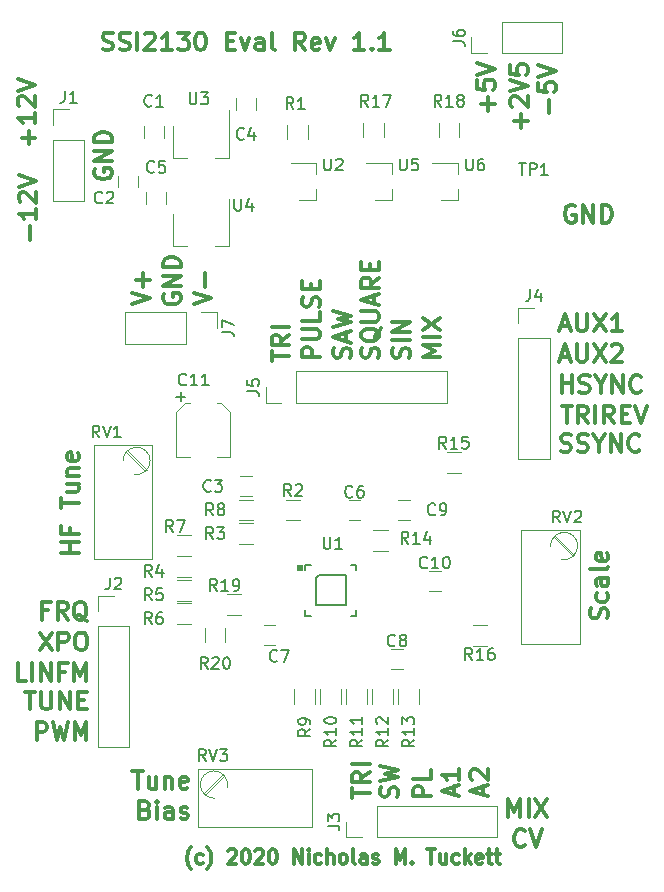
<source format=gto>
%TF.GenerationSoftware,KiCad,Pcbnew,5.1.6-c6e7f7d~87~ubuntu20.04.1*%
%TF.CreationDate,2020-11-07T15:56:43+00:00*%
%TF.ProjectId,ssi2130_vco,73736932-3133-4305-9f76-636f2e6b6963,1.1*%
%TF.SameCoordinates,Original*%
%TF.FileFunction,Legend,Top*%
%TF.FilePolarity,Positive*%
%FSLAX46Y46*%
G04 Gerber Fmt 4.6, Leading zero omitted, Abs format (unit mm)*
G04 Created by KiCad (PCBNEW 5.1.6-c6e7f7d~87~ubuntu20.04.1) date 2020-11-07 15:56:43*
%MOMM*%
%LPD*%
G01*
G04 APERTURE LIST*
%ADD10C,0.300000*%
%ADD11C,0.120000*%
%ADD12C,0.150000*%
%ADD13C,0.100000*%
G04 APERTURE END LIST*
D10*
X133650000Y-123319285D02*
X133650000Y-122605000D01*
X134078571Y-123462142D02*
X132578571Y-122962142D01*
X134078571Y-122462142D01*
X132721428Y-122033571D02*
X132650000Y-121962142D01*
X132578571Y-121819285D01*
X132578571Y-121462142D01*
X132650000Y-121319285D01*
X132721428Y-121247857D01*
X132864285Y-121176428D01*
X133007142Y-121176428D01*
X133221428Y-121247857D01*
X134078571Y-122105000D01*
X134078571Y-121176428D01*
X131250000Y-123319285D02*
X131250000Y-122605000D01*
X131678571Y-123462142D02*
X130178571Y-122962142D01*
X131678571Y-122462142D01*
X131678571Y-121176428D02*
X131678571Y-122033571D01*
X131678571Y-121605000D02*
X130178571Y-121605000D01*
X130392857Y-121747857D01*
X130535714Y-121890714D01*
X130607142Y-122033571D01*
X129278571Y-123447857D02*
X127778571Y-123447857D01*
X127778571Y-122876428D01*
X127850000Y-122733571D01*
X127921428Y-122662142D01*
X128064285Y-122590714D01*
X128278571Y-122590714D01*
X128421428Y-122662142D01*
X128492857Y-122733571D01*
X128564285Y-122876428D01*
X128564285Y-123447857D01*
X129278571Y-121233571D02*
X129278571Y-121947857D01*
X127778571Y-121947857D01*
X126407142Y-123519285D02*
X126478571Y-123305000D01*
X126478571Y-122947857D01*
X126407142Y-122805000D01*
X126335714Y-122733571D01*
X126192857Y-122662142D01*
X126050000Y-122662142D01*
X125907142Y-122733571D01*
X125835714Y-122805000D01*
X125764285Y-122947857D01*
X125692857Y-123233571D01*
X125621428Y-123376428D01*
X125550000Y-123447857D01*
X125407142Y-123519285D01*
X125264285Y-123519285D01*
X125121428Y-123447857D01*
X125050000Y-123376428D01*
X124978571Y-123233571D01*
X124978571Y-122876428D01*
X125050000Y-122662142D01*
X124978571Y-122162142D02*
X126478571Y-121805000D01*
X125407142Y-121519285D01*
X126478571Y-121233571D01*
X124978571Y-120876428D01*
X122578571Y-123609285D02*
X122578571Y-122752142D01*
X124078571Y-123180714D02*
X122578571Y-123180714D01*
X124078571Y-121395000D02*
X123364285Y-121895000D01*
X124078571Y-122252142D02*
X122578571Y-122252142D01*
X122578571Y-121680714D01*
X122650000Y-121537857D01*
X122721428Y-121466428D01*
X122864285Y-121395000D01*
X123078571Y-121395000D01*
X123221428Y-121466428D01*
X123292857Y-121537857D01*
X123364285Y-121680714D01*
X123364285Y-122252142D01*
X124078571Y-120752142D02*
X122578571Y-120752142D01*
X135828571Y-125203571D02*
X135828571Y-123703571D01*
X136328571Y-124775000D01*
X136828571Y-123703571D01*
X136828571Y-125203571D01*
X137542857Y-125203571D02*
X137542857Y-123703571D01*
X138114285Y-123703571D02*
X139114285Y-125203571D01*
X139114285Y-123703571D02*
X138114285Y-125203571D01*
X137221428Y-127610714D02*
X137150000Y-127682142D01*
X136935714Y-127753571D01*
X136792857Y-127753571D01*
X136578571Y-127682142D01*
X136435714Y-127539285D01*
X136364285Y-127396428D01*
X136292857Y-127110714D01*
X136292857Y-126896428D01*
X136364285Y-126610714D01*
X136435714Y-126467857D01*
X136578571Y-126325000D01*
X136792857Y-126253571D01*
X136935714Y-126253571D01*
X137150000Y-126325000D01*
X137221428Y-126396428D01*
X137650000Y-126253571D02*
X138150000Y-127753571D01*
X138650000Y-126253571D01*
X109178571Y-81795000D02*
X110678571Y-81295000D01*
X109178571Y-80795000D01*
X110107142Y-80295000D02*
X110107142Y-79152142D01*
X103978571Y-81795000D02*
X105478571Y-81295000D01*
X103978571Y-80795000D01*
X104907142Y-80295000D02*
X104907142Y-79152142D01*
X105478571Y-79723571D02*
X104335714Y-79723571D01*
X106650000Y-80942857D02*
X106578571Y-81085714D01*
X106578571Y-81300000D01*
X106650000Y-81514285D01*
X106792857Y-81657142D01*
X106935714Y-81728571D01*
X107221428Y-81800000D01*
X107435714Y-81800000D01*
X107721428Y-81728571D01*
X107864285Y-81657142D01*
X108007142Y-81514285D01*
X108078571Y-81300000D01*
X108078571Y-81157142D01*
X108007142Y-80942857D01*
X107935714Y-80871428D01*
X107435714Y-80871428D01*
X107435714Y-81157142D01*
X108078571Y-80228571D02*
X106578571Y-80228571D01*
X108078571Y-79371428D01*
X106578571Y-79371428D01*
X108078571Y-78657142D02*
X106578571Y-78657142D01*
X106578571Y-78300000D01*
X106650000Y-78085714D01*
X106792857Y-77942857D01*
X106935714Y-77871428D01*
X107221428Y-77800000D01*
X107435714Y-77800000D01*
X107721428Y-77871428D01*
X107864285Y-77942857D01*
X108007142Y-78085714D01*
X108078571Y-78300000D01*
X108078571Y-78657142D01*
X141457142Y-73450000D02*
X141314285Y-73378571D01*
X141100000Y-73378571D01*
X140885714Y-73450000D01*
X140742857Y-73592857D01*
X140671428Y-73735714D01*
X140600000Y-74021428D01*
X140600000Y-74235714D01*
X140671428Y-74521428D01*
X140742857Y-74664285D01*
X140885714Y-74807142D01*
X141100000Y-74878571D01*
X141242857Y-74878571D01*
X141457142Y-74807142D01*
X141528571Y-74735714D01*
X141528571Y-74235714D01*
X141242857Y-74235714D01*
X142171428Y-74878571D02*
X142171428Y-73378571D01*
X143028571Y-74878571D01*
X143028571Y-73378571D01*
X143742857Y-74878571D02*
X143742857Y-73378571D01*
X144100000Y-73378571D01*
X144314285Y-73450000D01*
X144457142Y-73592857D01*
X144528571Y-73735714D01*
X144600000Y-74021428D01*
X144600000Y-74235714D01*
X144528571Y-74521428D01*
X144457142Y-74664285D01*
X144314285Y-74807142D01*
X144100000Y-74878571D01*
X143742857Y-74878571D01*
X108971428Y-129600000D02*
X108914285Y-129542857D01*
X108799999Y-129371428D01*
X108742857Y-129257142D01*
X108685714Y-129085714D01*
X108628571Y-128800000D01*
X108628571Y-128571428D01*
X108685714Y-128285714D01*
X108742857Y-128114285D01*
X108799999Y-128000000D01*
X108914285Y-127828571D01*
X108971428Y-127771428D01*
X109942857Y-129085714D02*
X109828571Y-129142857D01*
X109599999Y-129142857D01*
X109485714Y-129085714D01*
X109428571Y-129028571D01*
X109371428Y-128914285D01*
X109371428Y-128571428D01*
X109428571Y-128457142D01*
X109485714Y-128400000D01*
X109599999Y-128342857D01*
X109828571Y-128342857D01*
X109942857Y-128400000D01*
X110342857Y-129600000D02*
X110399999Y-129542857D01*
X110514285Y-129371428D01*
X110571428Y-129257142D01*
X110628571Y-129085714D01*
X110685714Y-128800000D01*
X110685714Y-128571428D01*
X110628571Y-128285714D01*
X110571428Y-128114285D01*
X110514285Y-128000000D01*
X110399999Y-127828571D01*
X110342857Y-127771428D01*
X112114285Y-128057142D02*
X112171428Y-128000000D01*
X112285714Y-127942857D01*
X112571428Y-127942857D01*
X112685714Y-128000000D01*
X112742857Y-128057142D01*
X112799999Y-128171428D01*
X112799999Y-128285714D01*
X112742857Y-128457142D01*
X112057142Y-129142857D01*
X112799999Y-129142857D01*
X113542857Y-127942857D02*
X113657142Y-127942857D01*
X113771428Y-128000000D01*
X113828571Y-128057142D01*
X113885714Y-128171428D01*
X113942857Y-128400000D01*
X113942857Y-128685714D01*
X113885714Y-128914285D01*
X113828571Y-129028571D01*
X113771428Y-129085714D01*
X113657142Y-129142857D01*
X113542857Y-129142857D01*
X113428571Y-129085714D01*
X113371428Y-129028571D01*
X113314285Y-128914285D01*
X113257142Y-128685714D01*
X113257142Y-128400000D01*
X113314285Y-128171428D01*
X113371428Y-128057142D01*
X113428571Y-128000000D01*
X113542857Y-127942857D01*
X114399999Y-128057142D02*
X114457142Y-128000000D01*
X114571428Y-127942857D01*
X114857142Y-127942857D01*
X114971428Y-128000000D01*
X115028571Y-128057142D01*
X115085714Y-128171428D01*
X115085714Y-128285714D01*
X115028571Y-128457142D01*
X114342857Y-129142857D01*
X115085714Y-129142857D01*
X115828571Y-127942857D02*
X115942857Y-127942857D01*
X116057142Y-128000000D01*
X116114285Y-128057142D01*
X116171428Y-128171428D01*
X116228571Y-128400000D01*
X116228571Y-128685714D01*
X116171428Y-128914285D01*
X116114285Y-129028571D01*
X116057142Y-129085714D01*
X115942857Y-129142857D01*
X115828571Y-129142857D01*
X115714285Y-129085714D01*
X115657142Y-129028571D01*
X115599999Y-128914285D01*
X115542857Y-128685714D01*
X115542857Y-128400000D01*
X115599999Y-128171428D01*
X115657142Y-128057142D01*
X115714285Y-128000000D01*
X115828571Y-127942857D01*
X117657142Y-129142857D02*
X117657142Y-127942857D01*
X118342857Y-129142857D01*
X118342857Y-127942857D01*
X118914285Y-129142857D02*
X118914285Y-128342857D01*
X118914285Y-127942857D02*
X118857142Y-128000000D01*
X118914285Y-128057142D01*
X118971428Y-128000000D01*
X118914285Y-127942857D01*
X118914285Y-128057142D01*
X119999999Y-129085714D02*
X119885714Y-129142857D01*
X119657142Y-129142857D01*
X119542857Y-129085714D01*
X119485714Y-129028571D01*
X119428571Y-128914285D01*
X119428571Y-128571428D01*
X119485714Y-128457142D01*
X119542857Y-128400000D01*
X119657142Y-128342857D01*
X119885714Y-128342857D01*
X119999999Y-128400000D01*
X120514285Y-129142857D02*
X120514285Y-127942857D01*
X121028571Y-129142857D02*
X121028571Y-128514285D01*
X120971428Y-128400000D01*
X120857142Y-128342857D01*
X120685714Y-128342857D01*
X120571428Y-128400000D01*
X120514285Y-128457142D01*
X121771428Y-129142857D02*
X121657142Y-129085714D01*
X121599999Y-129028571D01*
X121542857Y-128914285D01*
X121542857Y-128571428D01*
X121599999Y-128457142D01*
X121657142Y-128400000D01*
X121771428Y-128342857D01*
X121942857Y-128342857D01*
X122057142Y-128400000D01*
X122114285Y-128457142D01*
X122171428Y-128571428D01*
X122171428Y-128914285D01*
X122114285Y-129028571D01*
X122057142Y-129085714D01*
X121942857Y-129142857D01*
X121771428Y-129142857D01*
X122857142Y-129142857D02*
X122742857Y-129085714D01*
X122685714Y-128971428D01*
X122685714Y-127942857D01*
X123828571Y-129142857D02*
X123828571Y-128514285D01*
X123771428Y-128400000D01*
X123657142Y-128342857D01*
X123428571Y-128342857D01*
X123314285Y-128400000D01*
X123828571Y-129085714D02*
X123714285Y-129142857D01*
X123428571Y-129142857D01*
X123314285Y-129085714D01*
X123257142Y-128971428D01*
X123257142Y-128857142D01*
X123314285Y-128742857D01*
X123428571Y-128685714D01*
X123714285Y-128685714D01*
X123828571Y-128628571D01*
X124342857Y-129085714D02*
X124457142Y-129142857D01*
X124685714Y-129142857D01*
X124799999Y-129085714D01*
X124857142Y-128971428D01*
X124857142Y-128914285D01*
X124799999Y-128800000D01*
X124685714Y-128742857D01*
X124514285Y-128742857D01*
X124399999Y-128685714D01*
X124342857Y-128571428D01*
X124342857Y-128514285D01*
X124399999Y-128400000D01*
X124514285Y-128342857D01*
X124685714Y-128342857D01*
X124799999Y-128400000D01*
X126285714Y-129142857D02*
X126285714Y-127942857D01*
X126685714Y-128800000D01*
X127085714Y-127942857D01*
X127085714Y-129142857D01*
X127657142Y-129028571D02*
X127714285Y-129085714D01*
X127657142Y-129142857D01*
X127599999Y-129085714D01*
X127657142Y-129028571D01*
X127657142Y-129142857D01*
X128971428Y-127942857D02*
X129657142Y-127942857D01*
X129314285Y-129142857D02*
X129314285Y-127942857D01*
X130571428Y-128342857D02*
X130571428Y-129142857D01*
X130057142Y-128342857D02*
X130057142Y-128971428D01*
X130114285Y-129085714D01*
X130228571Y-129142857D01*
X130399999Y-129142857D01*
X130514285Y-129085714D01*
X130571428Y-129028571D01*
X131657142Y-129085714D02*
X131542857Y-129142857D01*
X131314285Y-129142857D01*
X131199999Y-129085714D01*
X131142857Y-129028571D01*
X131085714Y-128914285D01*
X131085714Y-128571428D01*
X131142857Y-128457142D01*
X131199999Y-128400000D01*
X131314285Y-128342857D01*
X131542857Y-128342857D01*
X131657142Y-128400000D01*
X132171428Y-129142857D02*
X132171428Y-127942857D01*
X132285714Y-128685714D02*
X132628571Y-129142857D01*
X132628571Y-128342857D02*
X132171428Y-128800000D01*
X133599999Y-129085714D02*
X133485714Y-129142857D01*
X133257142Y-129142857D01*
X133142857Y-129085714D01*
X133085714Y-128971428D01*
X133085714Y-128514285D01*
X133142857Y-128400000D01*
X133257142Y-128342857D01*
X133485714Y-128342857D01*
X133599999Y-128400000D01*
X133657142Y-128514285D01*
X133657142Y-128628571D01*
X133085714Y-128742857D01*
X133999999Y-128342857D02*
X134457142Y-128342857D01*
X134171428Y-127942857D02*
X134171428Y-128971428D01*
X134228571Y-129085714D01*
X134342857Y-129142857D01*
X134457142Y-129142857D01*
X134685714Y-128342857D02*
X135142857Y-128342857D01*
X134857142Y-127942857D02*
X134857142Y-128971428D01*
X134914285Y-129085714D01*
X135028571Y-129142857D01*
X135142857Y-129142857D01*
X101480714Y-60207142D02*
X101695000Y-60278571D01*
X102052142Y-60278571D01*
X102195000Y-60207142D01*
X102266428Y-60135714D01*
X102337857Y-59992857D01*
X102337857Y-59850000D01*
X102266428Y-59707142D01*
X102195000Y-59635714D01*
X102052142Y-59564285D01*
X101766428Y-59492857D01*
X101623571Y-59421428D01*
X101552142Y-59350000D01*
X101480714Y-59207142D01*
X101480714Y-59064285D01*
X101552142Y-58921428D01*
X101623571Y-58850000D01*
X101766428Y-58778571D01*
X102123571Y-58778571D01*
X102337857Y-58850000D01*
X102909285Y-60207142D02*
X103123571Y-60278571D01*
X103480714Y-60278571D01*
X103623571Y-60207142D01*
X103695000Y-60135714D01*
X103766428Y-59992857D01*
X103766428Y-59850000D01*
X103695000Y-59707142D01*
X103623571Y-59635714D01*
X103480714Y-59564285D01*
X103195000Y-59492857D01*
X103052142Y-59421428D01*
X102980714Y-59350000D01*
X102909285Y-59207142D01*
X102909285Y-59064285D01*
X102980714Y-58921428D01*
X103052142Y-58850000D01*
X103195000Y-58778571D01*
X103552142Y-58778571D01*
X103766428Y-58850000D01*
X104409285Y-60278571D02*
X104409285Y-58778571D01*
X105052142Y-58921428D02*
X105123571Y-58850000D01*
X105266428Y-58778571D01*
X105623571Y-58778571D01*
X105766428Y-58850000D01*
X105837857Y-58921428D01*
X105909285Y-59064285D01*
X105909285Y-59207142D01*
X105837857Y-59421428D01*
X104980714Y-60278571D01*
X105909285Y-60278571D01*
X107337857Y-60278571D02*
X106480714Y-60278571D01*
X106909285Y-60278571D02*
X106909285Y-58778571D01*
X106766428Y-58992857D01*
X106623571Y-59135714D01*
X106480714Y-59207142D01*
X107837857Y-58778571D02*
X108766428Y-58778571D01*
X108266428Y-59350000D01*
X108480714Y-59350000D01*
X108623571Y-59421428D01*
X108695000Y-59492857D01*
X108766428Y-59635714D01*
X108766428Y-59992857D01*
X108695000Y-60135714D01*
X108623571Y-60207142D01*
X108480714Y-60278571D01*
X108052142Y-60278571D01*
X107909285Y-60207142D01*
X107837857Y-60135714D01*
X109695000Y-58778571D02*
X109837857Y-58778571D01*
X109980714Y-58850000D01*
X110052142Y-58921428D01*
X110123571Y-59064285D01*
X110195000Y-59350000D01*
X110195000Y-59707142D01*
X110123571Y-59992857D01*
X110052142Y-60135714D01*
X109980714Y-60207142D01*
X109837857Y-60278571D01*
X109695000Y-60278571D01*
X109552142Y-60207142D01*
X109480714Y-60135714D01*
X109409285Y-59992857D01*
X109337857Y-59707142D01*
X109337857Y-59350000D01*
X109409285Y-59064285D01*
X109480714Y-58921428D01*
X109552142Y-58850000D01*
X109695000Y-58778571D01*
X111980714Y-59492857D02*
X112480714Y-59492857D01*
X112695000Y-60278571D02*
X111980714Y-60278571D01*
X111980714Y-58778571D01*
X112695000Y-58778571D01*
X113195000Y-59278571D02*
X113552142Y-60278571D01*
X113909285Y-59278571D01*
X115123571Y-60278571D02*
X115123571Y-59492857D01*
X115052142Y-59350000D01*
X114909285Y-59278571D01*
X114623571Y-59278571D01*
X114480714Y-59350000D01*
X115123571Y-60207142D02*
X114980714Y-60278571D01*
X114623571Y-60278571D01*
X114480714Y-60207142D01*
X114409285Y-60064285D01*
X114409285Y-59921428D01*
X114480714Y-59778571D01*
X114623571Y-59707142D01*
X114980714Y-59707142D01*
X115123571Y-59635714D01*
X116052142Y-60278571D02*
X115909285Y-60207142D01*
X115837857Y-60064285D01*
X115837857Y-58778571D01*
X118623571Y-60278571D02*
X118123571Y-59564285D01*
X117766428Y-60278571D02*
X117766428Y-58778571D01*
X118337857Y-58778571D01*
X118480714Y-58850000D01*
X118552142Y-58921428D01*
X118623571Y-59064285D01*
X118623571Y-59278571D01*
X118552142Y-59421428D01*
X118480714Y-59492857D01*
X118337857Y-59564285D01*
X117766428Y-59564285D01*
X119837857Y-60207142D02*
X119695000Y-60278571D01*
X119409285Y-60278571D01*
X119266428Y-60207142D01*
X119195000Y-60064285D01*
X119195000Y-59492857D01*
X119266428Y-59350000D01*
X119409285Y-59278571D01*
X119695000Y-59278571D01*
X119837857Y-59350000D01*
X119909285Y-59492857D01*
X119909285Y-59635714D01*
X119195000Y-59778571D01*
X120409285Y-59278571D02*
X120766428Y-60278571D01*
X121123571Y-59278571D01*
X123623571Y-60278571D02*
X122766428Y-60278571D01*
X123195000Y-60278571D02*
X123195000Y-58778571D01*
X123052142Y-58992857D01*
X122909285Y-59135714D01*
X122766428Y-59207142D01*
X124266428Y-60135714D02*
X124337857Y-60207142D01*
X124266428Y-60278571D01*
X124195000Y-60207142D01*
X124266428Y-60135714D01*
X124266428Y-60278571D01*
X125766428Y-60278571D02*
X124909285Y-60278571D01*
X125337857Y-60278571D02*
X125337857Y-58778571D01*
X125195000Y-58992857D01*
X125052142Y-59135714D01*
X124909285Y-59207142D01*
X100850000Y-70342857D02*
X100778571Y-70485714D01*
X100778571Y-70700000D01*
X100850000Y-70914285D01*
X100992857Y-71057142D01*
X101135714Y-71128571D01*
X101421428Y-71200000D01*
X101635714Y-71200000D01*
X101921428Y-71128571D01*
X102064285Y-71057142D01*
X102207142Y-70914285D01*
X102278571Y-70700000D01*
X102278571Y-70557142D01*
X102207142Y-70342857D01*
X102135714Y-70271428D01*
X101635714Y-70271428D01*
X101635714Y-70557142D01*
X102278571Y-69628571D02*
X100778571Y-69628571D01*
X102278571Y-68771428D01*
X100778571Y-68771428D01*
X102278571Y-68057142D02*
X100778571Y-68057142D01*
X100778571Y-67700000D01*
X100850000Y-67485714D01*
X100992857Y-67342857D01*
X101135714Y-67271428D01*
X101421428Y-67200000D01*
X101635714Y-67200000D01*
X101921428Y-67271428D01*
X102064285Y-67342857D01*
X102207142Y-67485714D01*
X102278571Y-67700000D01*
X102278571Y-68057142D01*
X95307142Y-76342857D02*
X95307142Y-75200000D01*
X95878571Y-73700000D02*
X95878571Y-74557142D01*
X95878571Y-74128571D02*
X94378571Y-74128571D01*
X94592857Y-74271428D01*
X94735714Y-74414285D01*
X94807142Y-74557142D01*
X94521428Y-73128571D02*
X94450000Y-73057142D01*
X94378571Y-72914285D01*
X94378571Y-72557142D01*
X94450000Y-72414285D01*
X94521428Y-72342857D01*
X94664285Y-72271428D01*
X94807142Y-72271428D01*
X95021428Y-72342857D01*
X95878571Y-73200000D01*
X95878571Y-72271428D01*
X94378571Y-71842857D02*
X95878571Y-71342857D01*
X94378571Y-70842857D01*
X95207142Y-68242857D02*
X95207142Y-67100000D01*
X95778571Y-67671428D02*
X94635714Y-67671428D01*
X95778571Y-65600000D02*
X95778571Y-66457142D01*
X95778571Y-66028571D02*
X94278571Y-66028571D01*
X94492857Y-66171428D01*
X94635714Y-66314285D01*
X94707142Y-66457142D01*
X94421428Y-65028571D02*
X94350000Y-64957142D01*
X94278571Y-64814285D01*
X94278571Y-64457142D01*
X94350000Y-64314285D01*
X94421428Y-64242857D01*
X94564285Y-64171428D01*
X94707142Y-64171428D01*
X94921428Y-64242857D01*
X95778571Y-65100000D01*
X95778571Y-64171428D01*
X94278571Y-63742857D02*
X95778571Y-63242857D01*
X94278571Y-62742857D01*
X139307142Y-65609285D02*
X139307142Y-64466428D01*
X138378571Y-63037857D02*
X138378571Y-63752142D01*
X139092857Y-63823571D01*
X139021428Y-63752142D01*
X138950000Y-63609285D01*
X138950000Y-63252142D01*
X139021428Y-63109285D01*
X139092857Y-63037857D01*
X139235714Y-62966428D01*
X139592857Y-62966428D01*
X139735714Y-63037857D01*
X139807142Y-63109285D01*
X139878571Y-63252142D01*
X139878571Y-63609285D01*
X139807142Y-63752142D01*
X139735714Y-63823571D01*
X138378571Y-62537857D02*
X139878571Y-62037857D01*
X138378571Y-61537857D01*
X136907142Y-66837857D02*
X136907142Y-65695000D01*
X137478571Y-66266428D02*
X136335714Y-66266428D01*
X136121428Y-65052142D02*
X136050000Y-64980714D01*
X135978571Y-64837857D01*
X135978571Y-64480714D01*
X136050000Y-64337857D01*
X136121428Y-64266428D01*
X136264285Y-64195000D01*
X136407142Y-64195000D01*
X136621428Y-64266428D01*
X137478571Y-65123571D01*
X137478571Y-64195000D01*
X135978571Y-63766428D02*
X137478571Y-63266428D01*
X135978571Y-62766428D01*
X135978571Y-61552142D02*
X135978571Y-62266428D01*
X136692857Y-62337857D01*
X136621428Y-62266428D01*
X136550000Y-62123571D01*
X136550000Y-61766428D01*
X136621428Y-61623571D01*
X136692857Y-61552142D01*
X136835714Y-61480714D01*
X137192857Y-61480714D01*
X137335714Y-61552142D01*
X137407142Y-61623571D01*
X137478571Y-61766428D01*
X137478571Y-62123571D01*
X137407142Y-62266428D01*
X137335714Y-62337857D01*
X134107142Y-65409285D02*
X134107142Y-64266428D01*
X134678571Y-64837857D02*
X133535714Y-64837857D01*
X133178571Y-62837857D02*
X133178571Y-63552142D01*
X133892857Y-63623571D01*
X133821428Y-63552142D01*
X133750000Y-63409285D01*
X133750000Y-63052142D01*
X133821428Y-62909285D01*
X133892857Y-62837857D01*
X134035714Y-62766428D01*
X134392857Y-62766428D01*
X134535714Y-62837857D01*
X134607142Y-62909285D01*
X134678571Y-63052142D01*
X134678571Y-63409285D01*
X134607142Y-63552142D01*
X134535714Y-63623571D01*
X133178571Y-62337857D02*
X134678571Y-61837857D01*
X133178571Y-61337857D01*
X140280714Y-94207142D02*
X140495000Y-94278571D01*
X140852142Y-94278571D01*
X140995000Y-94207142D01*
X141066428Y-94135714D01*
X141137857Y-93992857D01*
X141137857Y-93850000D01*
X141066428Y-93707142D01*
X140995000Y-93635714D01*
X140852142Y-93564285D01*
X140566428Y-93492857D01*
X140423571Y-93421428D01*
X140352142Y-93350000D01*
X140280714Y-93207142D01*
X140280714Y-93064285D01*
X140352142Y-92921428D01*
X140423571Y-92850000D01*
X140566428Y-92778571D01*
X140923571Y-92778571D01*
X141137857Y-92850000D01*
X141709285Y-94207142D02*
X141923571Y-94278571D01*
X142280714Y-94278571D01*
X142423571Y-94207142D01*
X142495000Y-94135714D01*
X142566428Y-93992857D01*
X142566428Y-93850000D01*
X142495000Y-93707142D01*
X142423571Y-93635714D01*
X142280714Y-93564285D01*
X141995000Y-93492857D01*
X141852142Y-93421428D01*
X141780714Y-93350000D01*
X141709285Y-93207142D01*
X141709285Y-93064285D01*
X141780714Y-92921428D01*
X141852142Y-92850000D01*
X141995000Y-92778571D01*
X142352142Y-92778571D01*
X142566428Y-92850000D01*
X143495000Y-93564285D02*
X143495000Y-94278571D01*
X142995000Y-92778571D02*
X143495000Y-93564285D01*
X143995000Y-92778571D01*
X144495000Y-94278571D02*
X144495000Y-92778571D01*
X145352142Y-94278571D01*
X145352142Y-92778571D01*
X146923571Y-94135714D02*
X146852142Y-94207142D01*
X146637857Y-94278571D01*
X146495000Y-94278571D01*
X146280714Y-94207142D01*
X146137857Y-94064285D01*
X146066428Y-93921428D01*
X145995000Y-93635714D01*
X145995000Y-93421428D01*
X146066428Y-93135714D01*
X146137857Y-92992857D01*
X146280714Y-92850000D01*
X146495000Y-92778571D01*
X146637857Y-92778571D01*
X146852142Y-92850000D01*
X146923571Y-92921428D01*
X140337857Y-90378571D02*
X141195000Y-90378571D01*
X140766428Y-91878571D02*
X140766428Y-90378571D01*
X142552142Y-91878571D02*
X142052142Y-91164285D01*
X141695000Y-91878571D02*
X141695000Y-90378571D01*
X142266428Y-90378571D01*
X142409285Y-90450000D01*
X142480714Y-90521428D01*
X142552142Y-90664285D01*
X142552142Y-90878571D01*
X142480714Y-91021428D01*
X142409285Y-91092857D01*
X142266428Y-91164285D01*
X141695000Y-91164285D01*
X143195000Y-91878571D02*
X143195000Y-90378571D01*
X144766428Y-91878571D02*
X144266428Y-91164285D01*
X143909285Y-91878571D02*
X143909285Y-90378571D01*
X144480714Y-90378571D01*
X144623571Y-90450000D01*
X144695000Y-90521428D01*
X144766428Y-90664285D01*
X144766428Y-90878571D01*
X144695000Y-91021428D01*
X144623571Y-91092857D01*
X144480714Y-91164285D01*
X143909285Y-91164285D01*
X145409285Y-91092857D02*
X145909285Y-91092857D01*
X146123571Y-91878571D02*
X145409285Y-91878571D01*
X145409285Y-90378571D01*
X146123571Y-90378571D01*
X146552142Y-90378571D02*
X147052142Y-91878571D01*
X147552142Y-90378571D01*
X140352142Y-89278571D02*
X140352142Y-87778571D01*
X140352142Y-88492857D02*
X141209285Y-88492857D01*
X141209285Y-89278571D02*
X141209285Y-87778571D01*
X141852142Y-89207142D02*
X142066428Y-89278571D01*
X142423571Y-89278571D01*
X142566428Y-89207142D01*
X142637857Y-89135714D01*
X142709285Y-88992857D01*
X142709285Y-88850000D01*
X142637857Y-88707142D01*
X142566428Y-88635714D01*
X142423571Y-88564285D01*
X142137857Y-88492857D01*
X141995000Y-88421428D01*
X141923571Y-88350000D01*
X141852142Y-88207142D01*
X141852142Y-88064285D01*
X141923571Y-87921428D01*
X141995000Y-87850000D01*
X142137857Y-87778571D01*
X142495000Y-87778571D01*
X142709285Y-87850000D01*
X143637857Y-88564285D02*
X143637857Y-89278571D01*
X143137857Y-87778571D02*
X143637857Y-88564285D01*
X144137857Y-87778571D01*
X144637857Y-89278571D02*
X144637857Y-87778571D01*
X145495000Y-89278571D01*
X145495000Y-87778571D01*
X147066428Y-89135714D02*
X146995000Y-89207142D01*
X146780714Y-89278571D01*
X146637857Y-89278571D01*
X146423571Y-89207142D01*
X146280714Y-89064285D01*
X146209285Y-88921428D01*
X146137857Y-88635714D01*
X146137857Y-88421428D01*
X146209285Y-88135714D01*
X146280714Y-87992857D01*
X146423571Y-87850000D01*
X146637857Y-87778571D01*
X146780714Y-87778571D01*
X146995000Y-87850000D01*
X147066428Y-87921428D01*
X140280714Y-86250000D02*
X140995000Y-86250000D01*
X140137857Y-86678571D02*
X140637857Y-85178571D01*
X141137857Y-86678571D01*
X141637857Y-85178571D02*
X141637857Y-86392857D01*
X141709285Y-86535714D01*
X141780714Y-86607142D01*
X141923571Y-86678571D01*
X142209285Y-86678571D01*
X142352142Y-86607142D01*
X142423571Y-86535714D01*
X142495000Y-86392857D01*
X142495000Y-85178571D01*
X143066428Y-85178571D02*
X144066428Y-86678571D01*
X144066428Y-85178571D02*
X143066428Y-86678571D01*
X144566428Y-85321428D02*
X144637857Y-85250000D01*
X144780714Y-85178571D01*
X145137857Y-85178571D01*
X145280714Y-85250000D01*
X145352142Y-85321428D01*
X145423571Y-85464285D01*
X145423571Y-85607142D01*
X145352142Y-85821428D01*
X144495000Y-86678571D01*
X145423571Y-86678571D01*
X140280714Y-83650000D02*
X140995000Y-83650000D01*
X140137857Y-84078571D02*
X140637857Y-82578571D01*
X141137857Y-84078571D01*
X141637857Y-82578571D02*
X141637857Y-83792857D01*
X141709285Y-83935714D01*
X141780714Y-84007142D01*
X141923571Y-84078571D01*
X142209285Y-84078571D01*
X142352142Y-84007142D01*
X142423571Y-83935714D01*
X142495000Y-83792857D01*
X142495000Y-82578571D01*
X143066428Y-82578571D02*
X144066428Y-84078571D01*
X144066428Y-82578571D02*
X143066428Y-84078571D01*
X145423571Y-84078571D02*
X144566428Y-84078571D01*
X144995000Y-84078571D02*
X144995000Y-82578571D01*
X144852142Y-82792857D01*
X144709285Y-82935714D01*
X144566428Y-83007142D01*
X130078571Y-86247857D02*
X128578571Y-86247857D01*
X129650000Y-85747857D01*
X128578571Y-85247857D01*
X130078571Y-85247857D01*
X130078571Y-84533571D02*
X128578571Y-84533571D01*
X128578571Y-83962142D02*
X130078571Y-82962142D01*
X128578571Y-82962142D02*
X130078571Y-83962142D01*
X127407142Y-86319285D02*
X127478571Y-86105000D01*
X127478571Y-85747857D01*
X127407142Y-85605000D01*
X127335714Y-85533571D01*
X127192857Y-85462142D01*
X127050000Y-85462142D01*
X126907142Y-85533571D01*
X126835714Y-85605000D01*
X126764285Y-85747857D01*
X126692857Y-86033571D01*
X126621428Y-86176428D01*
X126550000Y-86247857D01*
X126407142Y-86319285D01*
X126264285Y-86319285D01*
X126121428Y-86247857D01*
X126050000Y-86176428D01*
X125978571Y-86033571D01*
X125978571Y-85676428D01*
X126050000Y-85462142D01*
X127478571Y-84819285D02*
X125978571Y-84819285D01*
X127478571Y-84105000D02*
X125978571Y-84105000D01*
X127478571Y-83247857D01*
X125978571Y-83247857D01*
X124807142Y-86319285D02*
X124878571Y-86105000D01*
X124878571Y-85747857D01*
X124807142Y-85605000D01*
X124735714Y-85533571D01*
X124592857Y-85462142D01*
X124450000Y-85462142D01*
X124307142Y-85533571D01*
X124235714Y-85605000D01*
X124164285Y-85747857D01*
X124092857Y-86033571D01*
X124021428Y-86176428D01*
X123950000Y-86247857D01*
X123807142Y-86319285D01*
X123664285Y-86319285D01*
X123521428Y-86247857D01*
X123450000Y-86176428D01*
X123378571Y-86033571D01*
X123378571Y-85676428D01*
X123450000Y-85462142D01*
X125021428Y-83819285D02*
X124950000Y-83962142D01*
X124807142Y-84105000D01*
X124592857Y-84319285D01*
X124521428Y-84462142D01*
X124521428Y-84605000D01*
X124878571Y-84533571D02*
X124807142Y-84676428D01*
X124664285Y-84819285D01*
X124378571Y-84890714D01*
X123878571Y-84890714D01*
X123592857Y-84819285D01*
X123450000Y-84676428D01*
X123378571Y-84533571D01*
X123378571Y-84247857D01*
X123450000Y-84105000D01*
X123592857Y-83962142D01*
X123878571Y-83890714D01*
X124378571Y-83890714D01*
X124664285Y-83962142D01*
X124807142Y-84105000D01*
X124878571Y-84247857D01*
X124878571Y-84533571D01*
X123378571Y-83247857D02*
X124592857Y-83247857D01*
X124735714Y-83176428D01*
X124807142Y-83105000D01*
X124878571Y-82962142D01*
X124878571Y-82676428D01*
X124807142Y-82533571D01*
X124735714Y-82462142D01*
X124592857Y-82390714D01*
X123378571Y-82390714D01*
X124450000Y-81747857D02*
X124450000Y-81033571D01*
X124878571Y-81890714D02*
X123378571Y-81390714D01*
X124878571Y-80890714D01*
X124878571Y-79533571D02*
X124164285Y-80033571D01*
X124878571Y-80390714D02*
X123378571Y-80390714D01*
X123378571Y-79819285D01*
X123450000Y-79676428D01*
X123521428Y-79605000D01*
X123664285Y-79533571D01*
X123878571Y-79533571D01*
X124021428Y-79605000D01*
X124092857Y-79676428D01*
X124164285Y-79819285D01*
X124164285Y-80390714D01*
X124092857Y-78890714D02*
X124092857Y-78390714D01*
X124878571Y-78176428D02*
X124878571Y-78890714D01*
X123378571Y-78890714D01*
X123378571Y-78176428D01*
X122407142Y-86319285D02*
X122478571Y-86105000D01*
X122478571Y-85747857D01*
X122407142Y-85605000D01*
X122335714Y-85533571D01*
X122192857Y-85462142D01*
X122050000Y-85462142D01*
X121907142Y-85533571D01*
X121835714Y-85605000D01*
X121764285Y-85747857D01*
X121692857Y-86033571D01*
X121621428Y-86176428D01*
X121550000Y-86247857D01*
X121407142Y-86319285D01*
X121264285Y-86319285D01*
X121121428Y-86247857D01*
X121050000Y-86176428D01*
X120978571Y-86033571D01*
X120978571Y-85676428D01*
X121050000Y-85462142D01*
X122050000Y-84890714D02*
X122050000Y-84176428D01*
X122478571Y-85033571D02*
X120978571Y-84533571D01*
X122478571Y-84033571D01*
X120978571Y-83676428D02*
X122478571Y-83319285D01*
X121407142Y-83033571D01*
X122478571Y-82747857D01*
X120978571Y-82390714D01*
X119878571Y-86247857D02*
X118378571Y-86247857D01*
X118378571Y-85676428D01*
X118450000Y-85533571D01*
X118521428Y-85462142D01*
X118664285Y-85390714D01*
X118878571Y-85390714D01*
X119021428Y-85462142D01*
X119092857Y-85533571D01*
X119164285Y-85676428D01*
X119164285Y-86247857D01*
X118378571Y-84747857D02*
X119592857Y-84747857D01*
X119735714Y-84676428D01*
X119807142Y-84605000D01*
X119878571Y-84462142D01*
X119878571Y-84176428D01*
X119807142Y-84033571D01*
X119735714Y-83962142D01*
X119592857Y-83890714D01*
X118378571Y-83890714D01*
X119878571Y-82462142D02*
X119878571Y-83176428D01*
X118378571Y-83176428D01*
X119807142Y-82033571D02*
X119878571Y-81819285D01*
X119878571Y-81462142D01*
X119807142Y-81319285D01*
X119735714Y-81247857D01*
X119592857Y-81176428D01*
X119450000Y-81176428D01*
X119307142Y-81247857D01*
X119235714Y-81319285D01*
X119164285Y-81462142D01*
X119092857Y-81747857D01*
X119021428Y-81890714D01*
X118950000Y-81962142D01*
X118807142Y-82033571D01*
X118664285Y-82033571D01*
X118521428Y-81962142D01*
X118450000Y-81890714D01*
X118378571Y-81747857D01*
X118378571Y-81390714D01*
X118450000Y-81176428D01*
X119092857Y-80533571D02*
X119092857Y-80033571D01*
X119878571Y-79819285D02*
X119878571Y-80533571D01*
X118378571Y-80533571D01*
X118378571Y-79819285D01*
X115778571Y-86609285D02*
X115778571Y-85752142D01*
X117278571Y-86180714D02*
X115778571Y-86180714D01*
X117278571Y-84395000D02*
X116564285Y-84895000D01*
X117278571Y-85252142D02*
X115778571Y-85252142D01*
X115778571Y-84680714D01*
X115850000Y-84537857D01*
X115921428Y-84466428D01*
X116064285Y-84395000D01*
X116278571Y-84395000D01*
X116421428Y-84466428D01*
X116492857Y-84537857D01*
X116564285Y-84680714D01*
X116564285Y-85252142D01*
X117278571Y-83752142D02*
X115778571Y-83752142D01*
X144207142Y-108385714D02*
X144278571Y-108171428D01*
X144278571Y-107814285D01*
X144207142Y-107671428D01*
X144135714Y-107600000D01*
X143992857Y-107528571D01*
X143850000Y-107528571D01*
X143707142Y-107600000D01*
X143635714Y-107671428D01*
X143564285Y-107814285D01*
X143492857Y-108100000D01*
X143421428Y-108242857D01*
X143350000Y-108314285D01*
X143207142Y-108385714D01*
X143064285Y-108385714D01*
X142921428Y-108314285D01*
X142850000Y-108242857D01*
X142778571Y-108100000D01*
X142778571Y-107742857D01*
X142850000Y-107528571D01*
X144207142Y-106242857D02*
X144278571Y-106385714D01*
X144278571Y-106671428D01*
X144207142Y-106814285D01*
X144135714Y-106885714D01*
X143992857Y-106957142D01*
X143564285Y-106957142D01*
X143421428Y-106885714D01*
X143350000Y-106814285D01*
X143278571Y-106671428D01*
X143278571Y-106385714D01*
X143350000Y-106242857D01*
X144278571Y-104957142D02*
X143492857Y-104957142D01*
X143350000Y-105028571D01*
X143278571Y-105171428D01*
X143278571Y-105457142D01*
X143350000Y-105600000D01*
X144207142Y-104957142D02*
X144278571Y-105100000D01*
X144278571Y-105457142D01*
X144207142Y-105600000D01*
X144064285Y-105671428D01*
X143921428Y-105671428D01*
X143778571Y-105600000D01*
X143707142Y-105457142D01*
X143707142Y-105100000D01*
X143635714Y-104957142D01*
X144278571Y-104028571D02*
X144207142Y-104171428D01*
X144064285Y-104242857D01*
X142778571Y-104242857D01*
X144207142Y-102885714D02*
X144278571Y-103028571D01*
X144278571Y-103314285D01*
X144207142Y-103457142D01*
X144064285Y-103528571D01*
X143492857Y-103528571D01*
X143350000Y-103457142D01*
X143278571Y-103314285D01*
X143278571Y-103028571D01*
X143350000Y-102885714D01*
X143492857Y-102814285D01*
X143635714Y-102814285D01*
X143778571Y-103528571D01*
X95892857Y-118678571D02*
X95892857Y-117178571D01*
X96464285Y-117178571D01*
X96607142Y-117250000D01*
X96678571Y-117321428D01*
X96750000Y-117464285D01*
X96750000Y-117678571D01*
X96678571Y-117821428D01*
X96607142Y-117892857D01*
X96464285Y-117964285D01*
X95892857Y-117964285D01*
X97250000Y-117178571D02*
X97607142Y-118678571D01*
X97892857Y-117607142D01*
X98178571Y-118678571D01*
X98535714Y-117178571D01*
X99107142Y-118678571D02*
X99107142Y-117178571D01*
X99607142Y-118250000D01*
X100107142Y-117178571D01*
X100107142Y-118678571D01*
X94921428Y-114578571D02*
X95778571Y-114578571D01*
X95350000Y-116078571D02*
X95350000Y-114578571D01*
X96278571Y-114578571D02*
X96278571Y-115792857D01*
X96350000Y-115935714D01*
X96421428Y-116007142D01*
X96564285Y-116078571D01*
X96850000Y-116078571D01*
X96992857Y-116007142D01*
X97064285Y-115935714D01*
X97135714Y-115792857D01*
X97135714Y-114578571D01*
X97850000Y-116078571D02*
X97850000Y-114578571D01*
X98707142Y-116078571D01*
X98707142Y-114578571D01*
X99421428Y-115292857D02*
X99921428Y-115292857D01*
X100135714Y-116078571D02*
X99421428Y-116078571D01*
X99421428Y-114578571D01*
X100135714Y-114578571D01*
X95021428Y-113678571D02*
X94307142Y-113678571D01*
X94307142Y-112178571D01*
X95521428Y-113678571D02*
X95521428Y-112178571D01*
X96235714Y-113678571D02*
X96235714Y-112178571D01*
X97092857Y-113678571D01*
X97092857Y-112178571D01*
X98307142Y-112892857D02*
X97807142Y-112892857D01*
X97807142Y-113678571D02*
X97807142Y-112178571D01*
X98521428Y-112178571D01*
X99092857Y-113678571D02*
X99092857Y-112178571D01*
X99592857Y-113250000D01*
X100092857Y-112178571D01*
X100092857Y-113678571D01*
X96164285Y-109578571D02*
X97164285Y-111078571D01*
X97164285Y-109578571D02*
X96164285Y-111078571D01*
X97735714Y-111078571D02*
X97735714Y-109578571D01*
X98307142Y-109578571D01*
X98450000Y-109650000D01*
X98521428Y-109721428D01*
X98592857Y-109864285D01*
X98592857Y-110078571D01*
X98521428Y-110221428D01*
X98450000Y-110292857D01*
X98307142Y-110364285D01*
X97735714Y-110364285D01*
X99521428Y-109578571D02*
X99807142Y-109578571D01*
X99950000Y-109650000D01*
X100092857Y-109792857D01*
X100164285Y-110078571D01*
X100164285Y-110578571D01*
X100092857Y-110864285D01*
X99950000Y-111007142D01*
X99807142Y-111078571D01*
X99521428Y-111078571D01*
X99378571Y-111007142D01*
X99235714Y-110864285D01*
X99164285Y-110578571D01*
X99164285Y-110078571D01*
X99235714Y-109792857D01*
X99378571Y-109650000D01*
X99521428Y-109578571D01*
X96878571Y-107692857D02*
X96378571Y-107692857D01*
X96378571Y-108478571D02*
X96378571Y-106978571D01*
X97092857Y-106978571D01*
X98521428Y-108478571D02*
X98021428Y-107764285D01*
X97664285Y-108478571D02*
X97664285Y-106978571D01*
X98235714Y-106978571D01*
X98378571Y-107050000D01*
X98450000Y-107121428D01*
X98521428Y-107264285D01*
X98521428Y-107478571D01*
X98450000Y-107621428D01*
X98378571Y-107692857D01*
X98235714Y-107764285D01*
X97664285Y-107764285D01*
X100164285Y-108621428D02*
X100021428Y-108550000D01*
X99878571Y-108407142D01*
X99664285Y-108192857D01*
X99521428Y-108121428D01*
X99378571Y-108121428D01*
X99450000Y-108478571D02*
X99307142Y-108407142D01*
X99164285Y-108264285D01*
X99092857Y-107978571D01*
X99092857Y-107478571D01*
X99164285Y-107192857D01*
X99307142Y-107050000D01*
X99450000Y-106978571D01*
X99735714Y-106978571D01*
X99878571Y-107050000D01*
X100021428Y-107192857D01*
X100092857Y-107478571D01*
X100092857Y-107978571D01*
X100021428Y-108264285D01*
X99878571Y-108407142D01*
X99735714Y-108478571D01*
X99450000Y-108478571D01*
X104005000Y-121303571D02*
X104862142Y-121303571D01*
X104433571Y-122803571D02*
X104433571Y-121303571D01*
X106005000Y-121803571D02*
X106005000Y-122803571D01*
X105362142Y-121803571D02*
X105362142Y-122589285D01*
X105433571Y-122732142D01*
X105576428Y-122803571D01*
X105790714Y-122803571D01*
X105933571Y-122732142D01*
X106005000Y-122660714D01*
X106719285Y-121803571D02*
X106719285Y-122803571D01*
X106719285Y-121946428D02*
X106790714Y-121875000D01*
X106933571Y-121803571D01*
X107147857Y-121803571D01*
X107290714Y-121875000D01*
X107362142Y-122017857D01*
X107362142Y-122803571D01*
X108647857Y-122732142D02*
X108505000Y-122803571D01*
X108219285Y-122803571D01*
X108076428Y-122732142D01*
X108005000Y-122589285D01*
X108005000Y-122017857D01*
X108076428Y-121875000D01*
X108219285Y-121803571D01*
X108505000Y-121803571D01*
X108647857Y-121875000D01*
X108719285Y-122017857D01*
X108719285Y-122160714D01*
X108005000Y-122303571D01*
X105076428Y-124567857D02*
X105290714Y-124639285D01*
X105362142Y-124710714D01*
X105433571Y-124853571D01*
X105433571Y-125067857D01*
X105362142Y-125210714D01*
X105290714Y-125282142D01*
X105147857Y-125353571D01*
X104576428Y-125353571D01*
X104576428Y-123853571D01*
X105076428Y-123853571D01*
X105219285Y-123925000D01*
X105290714Y-123996428D01*
X105362142Y-124139285D01*
X105362142Y-124282142D01*
X105290714Y-124425000D01*
X105219285Y-124496428D01*
X105076428Y-124567857D01*
X104576428Y-124567857D01*
X106076428Y-125353571D02*
X106076428Y-124353571D01*
X106076428Y-123853571D02*
X106005000Y-123925000D01*
X106076428Y-123996428D01*
X106147857Y-123925000D01*
X106076428Y-123853571D01*
X106076428Y-123996428D01*
X107433571Y-125353571D02*
X107433571Y-124567857D01*
X107362142Y-124425000D01*
X107219285Y-124353571D01*
X106933571Y-124353571D01*
X106790714Y-124425000D01*
X107433571Y-125282142D02*
X107290714Y-125353571D01*
X106933571Y-125353571D01*
X106790714Y-125282142D01*
X106719285Y-125139285D01*
X106719285Y-124996428D01*
X106790714Y-124853571D01*
X106933571Y-124782142D01*
X107290714Y-124782142D01*
X107433571Y-124710714D01*
X108076428Y-125282142D02*
X108219285Y-125353571D01*
X108505000Y-125353571D01*
X108647857Y-125282142D01*
X108719285Y-125139285D01*
X108719285Y-125067857D01*
X108647857Y-124925000D01*
X108505000Y-124853571D01*
X108290714Y-124853571D01*
X108147857Y-124782142D01*
X108076428Y-124639285D01*
X108076428Y-124567857D01*
X108147857Y-124425000D01*
X108290714Y-124353571D01*
X108505000Y-124353571D01*
X108647857Y-124425000D01*
X99478571Y-102814285D02*
X97978571Y-102814285D01*
X98692857Y-102814285D02*
X98692857Y-101957142D01*
X99478571Y-101957142D02*
X97978571Y-101957142D01*
X98692857Y-100742857D02*
X98692857Y-101242857D01*
X99478571Y-101242857D02*
X97978571Y-101242857D01*
X97978571Y-100528571D01*
X97978571Y-99028571D02*
X97978571Y-98171428D01*
X99478571Y-98600000D02*
X97978571Y-98600000D01*
X98478571Y-97028571D02*
X99478571Y-97028571D01*
X98478571Y-97671428D02*
X99264285Y-97671428D01*
X99407142Y-97600000D01*
X99478571Y-97457142D01*
X99478571Y-97242857D01*
X99407142Y-97100000D01*
X99335714Y-97028571D01*
X98478571Y-96314285D02*
X99478571Y-96314285D01*
X98621428Y-96314285D02*
X98550000Y-96242857D01*
X98478571Y-96100000D01*
X98478571Y-95885714D01*
X98550000Y-95742857D01*
X98692857Y-95671428D01*
X99478571Y-95671428D01*
X99407142Y-94385714D02*
X99478571Y-94528571D01*
X99478571Y-94814285D01*
X99407142Y-94957142D01*
X99264285Y-95028571D01*
X98692857Y-95028571D01*
X98550000Y-94957142D01*
X98478571Y-94814285D01*
X98478571Y-94528571D01*
X98550000Y-94385714D01*
X98692857Y-94314285D01*
X98835714Y-94314285D01*
X98978571Y-95028571D01*
D11*
%TO.C,C2*%
X104450000Y-71900000D02*
X104450000Y-70900000D01*
X102750000Y-70900000D02*
X102750000Y-71900000D01*
%TO.C,R19*%
X112000000Y-106320000D02*
X113200000Y-106320000D01*
X113200000Y-108080000D02*
X112000000Y-108080000D01*
%TO.C,C1*%
X106650000Y-67700000D02*
X106650000Y-66700000D01*
X104950000Y-66700000D02*
X104950000Y-67700000D01*
%TO.C,C3*%
X113100000Y-98050000D02*
X114100000Y-98050000D01*
X114100000Y-96350000D02*
X113100000Y-96350000D01*
%TO.C,C4*%
X114450000Y-65300000D02*
X114450000Y-64300000D01*
X112750000Y-64300000D02*
X112750000Y-65300000D01*
%TO.C,C5*%
X105150000Y-72300000D02*
X105150000Y-73300000D01*
X106850000Y-73300000D02*
X106850000Y-72300000D01*
%TO.C,C6*%
X122300000Y-100050000D02*
X123300000Y-100050000D01*
X123300000Y-98350000D02*
X122300000Y-98350000D01*
%TO.C,C7*%
X116100000Y-108950000D02*
X115100000Y-108950000D01*
X115100000Y-110650000D02*
X116100000Y-110650000D01*
%TO.C,C8*%
X125900000Y-112650000D02*
X126900000Y-112650000D01*
X126900000Y-110950000D02*
X125900000Y-110950000D01*
%TO.C,C9*%
X127500000Y-98350000D02*
X126500000Y-98350000D01*
X126500000Y-100050000D02*
X127500000Y-100050000D01*
%TO.C,C10*%
X130100000Y-104350000D02*
X129100000Y-104350000D01*
X129100000Y-106050000D02*
X130100000Y-106050000D01*
%TO.C,J2*%
X101070000Y-119290000D02*
X103730000Y-119290000D01*
X101070000Y-109070000D02*
X101070000Y-119290000D01*
X103730000Y-109070000D02*
X103730000Y-119290000D01*
X101070000Y-109070000D02*
X103730000Y-109070000D01*
X101070000Y-107800000D02*
X101070000Y-106470000D01*
X101070000Y-106470000D02*
X102400000Y-106470000D01*
%TO.C,J3*%
X134890000Y-126930000D02*
X134890000Y-124270000D01*
X124670000Y-126930000D02*
X134890000Y-126930000D01*
X124670000Y-124270000D02*
X134890000Y-124270000D01*
X124670000Y-126930000D02*
X124670000Y-124270000D01*
X123400000Y-126930000D02*
X122070000Y-126930000D01*
X122070000Y-126930000D02*
X122070000Y-125600000D01*
%TO.C,J4*%
X136670000Y-82070000D02*
X138000000Y-82070000D01*
X136670000Y-83400000D02*
X136670000Y-82070000D01*
X136670000Y-84670000D02*
X139330000Y-84670000D01*
X139330000Y-84670000D02*
X139330000Y-94890000D01*
X136670000Y-84670000D02*
X136670000Y-94890000D01*
X136670000Y-94890000D02*
X139330000Y-94890000D01*
%TO.C,J5*%
X115270000Y-90130000D02*
X115270000Y-88800000D01*
X116600000Y-90130000D02*
X115270000Y-90130000D01*
X117870000Y-90130000D02*
X117870000Y-87470000D01*
X117870000Y-87470000D02*
X130630000Y-87470000D01*
X117870000Y-90130000D02*
X130630000Y-90130000D01*
X130630000Y-90130000D02*
X130630000Y-87470000D01*
%TO.C,R1*%
X117120000Y-67800000D02*
X117120000Y-66600000D01*
X118880000Y-66600000D02*
X118880000Y-67800000D01*
%TO.C,R2*%
X117000000Y-98320000D02*
X118200000Y-98320000D01*
X118200000Y-100080000D02*
X117000000Y-100080000D01*
%TO.C,R3*%
X113000000Y-100320000D02*
X114200000Y-100320000D01*
X114200000Y-102080000D02*
X113000000Y-102080000D01*
%TO.C,R4*%
X109000000Y-104880000D02*
X107800000Y-104880000D01*
X107800000Y-103120000D02*
X109000000Y-103120000D01*
%TO.C,R5*%
X107800000Y-105120000D02*
X109000000Y-105120000D01*
X109000000Y-106880000D02*
X107800000Y-106880000D01*
%TO.C,R6*%
X107800000Y-107120000D02*
X109000000Y-107120000D01*
X109000000Y-108880000D02*
X107800000Y-108880000D01*
%TO.C,R7*%
X107800000Y-101320000D02*
X109000000Y-101320000D01*
X109000000Y-103080000D02*
X107800000Y-103080000D01*
%TO.C,R8*%
X113000000Y-98320000D02*
X114200000Y-98320000D01*
X114200000Y-100080000D02*
X113000000Y-100080000D01*
%TO.C,R9*%
X117720000Y-115600000D02*
X117720000Y-114400000D01*
X119480000Y-114400000D02*
X119480000Y-115600000D01*
%TO.C,R10*%
X119920000Y-115600000D02*
X119920000Y-114400000D01*
X121680000Y-114400000D02*
X121680000Y-115600000D01*
%TO.C,R11*%
X123880000Y-114400000D02*
X123880000Y-115600000D01*
X122120000Y-115600000D02*
X122120000Y-114400000D01*
%TO.C,R12*%
X124320000Y-115600000D02*
X124320000Y-114400000D01*
X126080000Y-114400000D02*
X126080000Y-115600000D01*
%TO.C,R13*%
X128280000Y-114400000D02*
X128280000Y-115600000D01*
X126520000Y-115600000D02*
X126520000Y-114400000D01*
%TO.C,R14*%
X125600000Y-102680000D02*
X124400000Y-102680000D01*
X124400000Y-100920000D02*
X125600000Y-100920000D01*
%TO.C,R15*%
X130600000Y-94320000D02*
X131800000Y-94320000D01*
X131800000Y-96080000D02*
X130600000Y-96080000D01*
%TO.C,R16*%
X132800000Y-108920000D02*
X134000000Y-108920000D01*
X134000000Y-110680000D02*
X132800000Y-110680000D01*
%TO.C,R17*%
X125280000Y-66400000D02*
X125280000Y-67600000D01*
X123520000Y-67600000D02*
X123520000Y-66400000D01*
%TO.C,R18*%
X131680000Y-66400000D02*
X131680000Y-67600000D01*
X129920000Y-67600000D02*
X129920000Y-66400000D01*
%TO.C,R20*%
X110120000Y-110400000D02*
X110120000Y-109200000D01*
X111880000Y-109200000D02*
X111880000Y-110400000D01*
D12*
%TO.C,U1*%
X119550000Y-107250000D02*
X119550000Y-105000000D01*
X122050000Y-107250000D02*
X119550000Y-107250000D01*
X122050000Y-104750000D02*
X122050000Y-107250000D01*
X119800000Y-104750000D02*
X122050000Y-104750000D01*
X119550000Y-105000000D02*
X119800000Y-104750000D01*
X122500000Y-103850000D02*
X122950000Y-103850000D01*
X122950000Y-103850000D02*
X122950000Y-104300000D01*
X118650000Y-103850000D02*
X119100000Y-103850000D01*
X118650000Y-104300000D02*
X118650000Y-103850000D01*
X118650000Y-108150000D02*
X118650000Y-107700000D01*
X119100000Y-108150000D02*
X118650000Y-108150000D01*
X122950000Y-108150000D02*
X122500000Y-108150000D01*
X122950000Y-107700000D02*
X122950000Y-108150000D01*
D13*
G36*
X118350000Y-104250000D02*
G01*
X117950000Y-104250000D01*
X117950000Y-103850000D01*
X118350000Y-103850000D01*
X118350000Y-104250000D01*
G37*
X118350000Y-104250000D02*
X117950000Y-104250000D01*
X117950000Y-103850000D01*
X118350000Y-103850000D01*
X118350000Y-104250000D01*
D11*
%TO.C,U2*%
X119560000Y-72980000D02*
X119560000Y-72050000D01*
X119560000Y-69820000D02*
X119560000Y-70750000D01*
X119560000Y-69820000D02*
X117400000Y-69820000D01*
X119560000Y-72980000D02*
X118100000Y-72980000D01*
%TO.C,U3*%
X108600000Y-69380000D02*
X107400000Y-69380000D01*
X107400000Y-69380000D02*
X107400000Y-66680000D01*
X112200000Y-65380000D02*
X112200000Y-69380000D01*
X112200000Y-69380000D02*
X111000000Y-69380000D01*
%TO.C,U4*%
X112200000Y-76846500D02*
X111000000Y-76846500D01*
X112200000Y-72846500D02*
X112200000Y-76846500D01*
X107400000Y-76846500D02*
X107400000Y-74146500D01*
X108600000Y-76846500D02*
X107400000Y-76846500D01*
%TO.C,U5*%
X125960000Y-72980000D02*
X124500000Y-72980000D01*
X125960000Y-69820000D02*
X123800000Y-69820000D01*
X125960000Y-69820000D02*
X125960000Y-70750000D01*
X125960000Y-72980000D02*
X125960000Y-72050000D01*
%TO.C,U6*%
X131560000Y-72980000D02*
X130100000Y-72980000D01*
X131560000Y-69820000D02*
X129400000Y-69820000D01*
X131560000Y-69820000D02*
X131560000Y-70750000D01*
X131560000Y-72980000D02*
X131560000Y-72050000D01*
%TO.C,J1*%
X97270000Y-73010000D02*
X99930000Y-73010000D01*
X97270000Y-67870000D02*
X97270000Y-73010000D01*
X99930000Y-67870000D02*
X99930000Y-73010000D01*
X97270000Y-67870000D02*
X99930000Y-67870000D01*
X97270000Y-66600000D02*
X97270000Y-65270000D01*
X97270000Y-65270000D02*
X98600000Y-65270000D01*
%TO.C,J6*%
X132670000Y-60530000D02*
X132670000Y-59200000D01*
X134000000Y-60530000D02*
X132670000Y-60530000D01*
X135270000Y-60530000D02*
X135270000Y-57870000D01*
X135270000Y-57870000D02*
X140410000Y-57870000D01*
X135270000Y-60530000D02*
X140410000Y-60530000D01*
X140410000Y-60530000D02*
X140410000Y-57870000D01*
%TO.C,RV1*%
X103475000Y-94309000D02*
X105085000Y-95921000D01*
X103616000Y-94169000D02*
X105226000Y-95780000D01*
X100730000Y-93715000D02*
X105681000Y-93715000D01*
X100730000Y-103365000D02*
X105681000Y-103365000D01*
X105681000Y-103365000D02*
X105681000Y-93715000D01*
X100730000Y-103365000D02*
X100730000Y-93715000D01*
X105504052Y-95024879D02*
G75*
G02*
X104110000Y-96174000I-1154052J-20121D01*
G01*
X103195704Y-95085309D02*
G75*
G02*
X105505000Y-95045000I1154296J40309D01*
G01*
%TO.C,RV2*%
X136930000Y-110565000D02*
X136930000Y-100915000D01*
X141881000Y-110565000D02*
X141881000Y-100915000D01*
X136930000Y-110565000D02*
X141881000Y-110565000D01*
X136930000Y-100915000D02*
X141881000Y-100915000D01*
X139816000Y-101369000D02*
X141426000Y-102980000D01*
X139675000Y-101509000D02*
X141285000Y-103121000D01*
X139395704Y-102285309D02*
G75*
G02*
X141705000Y-102245000I1154296J40309D01*
G01*
X141704052Y-102224879D02*
G75*
G02*
X140310000Y-103374000I-1154052J-20121D01*
G01*
%TO.C,RV3*%
X110169000Y-123325000D02*
X111781000Y-121715000D01*
X110029000Y-123184000D02*
X111640000Y-121574000D01*
X109575000Y-126070000D02*
X109575000Y-121119000D01*
X119225000Y-126070000D02*
X119225000Y-121119000D01*
X119225000Y-121119000D02*
X109575000Y-121119000D01*
X119225000Y-126070000D02*
X109575000Y-126070000D01*
X110884879Y-121295948D02*
G75*
G02*
X112034000Y-122690000I20121J-1154052D01*
G01*
X110945309Y-123604296D02*
G75*
G02*
X110905000Y-121295000I-40309J1154296D01*
G01*
%TO.C,C11*%
X112300000Y-94690000D02*
X111130000Y-94690000D01*
X107730000Y-94690000D02*
X108900000Y-94690000D01*
X108490000Y-90110000D02*
X108900000Y-90110000D01*
X111540000Y-90110000D02*
X111130000Y-90110000D01*
X112300000Y-90880000D02*
X112300000Y-94690000D01*
X112300000Y-90880000D02*
X111540000Y-90110000D01*
X107730000Y-90880000D02*
X107730000Y-94690000D01*
X107730000Y-90880000D02*
X108490000Y-90110000D01*
%TO.C,J7*%
X103390000Y-82470000D02*
X103390000Y-85130000D01*
X108530000Y-82470000D02*
X103390000Y-82470000D01*
X108530000Y-85130000D02*
X103390000Y-85130000D01*
X108530000Y-82470000D02*
X108530000Y-85130000D01*
X109800000Y-82470000D02*
X111130000Y-82470000D01*
X111130000Y-82470000D02*
X111130000Y-83800000D01*
%TO.C,C2*%
D12*
X101433333Y-73157142D02*
X101385714Y-73204761D01*
X101242857Y-73252380D01*
X101147619Y-73252380D01*
X101004761Y-73204761D01*
X100909523Y-73109523D01*
X100861904Y-73014285D01*
X100814285Y-72823809D01*
X100814285Y-72680952D01*
X100861904Y-72490476D01*
X100909523Y-72395238D01*
X101004761Y-72300000D01*
X101147619Y-72252380D01*
X101242857Y-72252380D01*
X101385714Y-72300000D01*
X101433333Y-72347619D01*
X101814285Y-72347619D02*
X101861904Y-72300000D01*
X101957142Y-72252380D01*
X102195238Y-72252380D01*
X102290476Y-72300000D01*
X102338095Y-72347619D01*
X102385714Y-72442857D01*
X102385714Y-72538095D01*
X102338095Y-72680952D01*
X101766666Y-73252380D01*
X102385714Y-73252380D01*
%TO.C,R19*%
X111157142Y-106052380D02*
X110823809Y-105576190D01*
X110585714Y-106052380D02*
X110585714Y-105052380D01*
X110966666Y-105052380D01*
X111061904Y-105100000D01*
X111109523Y-105147619D01*
X111157142Y-105242857D01*
X111157142Y-105385714D01*
X111109523Y-105480952D01*
X111061904Y-105528571D01*
X110966666Y-105576190D01*
X110585714Y-105576190D01*
X112109523Y-106052380D02*
X111538095Y-106052380D01*
X111823809Y-106052380D02*
X111823809Y-105052380D01*
X111728571Y-105195238D01*
X111633333Y-105290476D01*
X111538095Y-105338095D01*
X112585714Y-106052380D02*
X112776190Y-106052380D01*
X112871428Y-106004761D01*
X112919047Y-105957142D01*
X113014285Y-105814285D01*
X113061904Y-105623809D01*
X113061904Y-105242857D01*
X113014285Y-105147619D01*
X112966666Y-105100000D01*
X112871428Y-105052380D01*
X112680952Y-105052380D01*
X112585714Y-105100000D01*
X112538095Y-105147619D01*
X112490476Y-105242857D01*
X112490476Y-105480952D01*
X112538095Y-105576190D01*
X112585714Y-105623809D01*
X112680952Y-105671428D01*
X112871428Y-105671428D01*
X112966666Y-105623809D01*
X113014285Y-105576190D01*
X113061904Y-105480952D01*
%TO.C,C1*%
X105633333Y-64957142D02*
X105585714Y-65004761D01*
X105442857Y-65052380D01*
X105347619Y-65052380D01*
X105204761Y-65004761D01*
X105109523Y-64909523D01*
X105061904Y-64814285D01*
X105014285Y-64623809D01*
X105014285Y-64480952D01*
X105061904Y-64290476D01*
X105109523Y-64195238D01*
X105204761Y-64100000D01*
X105347619Y-64052380D01*
X105442857Y-64052380D01*
X105585714Y-64100000D01*
X105633333Y-64147619D01*
X106585714Y-65052380D02*
X106014285Y-65052380D01*
X106300000Y-65052380D02*
X106300000Y-64052380D01*
X106204761Y-64195238D01*
X106109523Y-64290476D01*
X106014285Y-64338095D01*
%TO.C,C3*%
X110633333Y-97557142D02*
X110585714Y-97604761D01*
X110442857Y-97652380D01*
X110347619Y-97652380D01*
X110204761Y-97604761D01*
X110109523Y-97509523D01*
X110061904Y-97414285D01*
X110014285Y-97223809D01*
X110014285Y-97080952D01*
X110061904Y-96890476D01*
X110109523Y-96795238D01*
X110204761Y-96700000D01*
X110347619Y-96652380D01*
X110442857Y-96652380D01*
X110585714Y-96700000D01*
X110633333Y-96747619D01*
X110966666Y-96652380D02*
X111585714Y-96652380D01*
X111252380Y-97033333D01*
X111395238Y-97033333D01*
X111490476Y-97080952D01*
X111538095Y-97128571D01*
X111585714Y-97223809D01*
X111585714Y-97461904D01*
X111538095Y-97557142D01*
X111490476Y-97604761D01*
X111395238Y-97652380D01*
X111109523Y-97652380D01*
X111014285Y-97604761D01*
X110966666Y-97557142D01*
%TO.C,C4*%
X113433333Y-67757142D02*
X113385714Y-67804761D01*
X113242857Y-67852380D01*
X113147619Y-67852380D01*
X113004761Y-67804761D01*
X112909523Y-67709523D01*
X112861904Y-67614285D01*
X112814285Y-67423809D01*
X112814285Y-67280952D01*
X112861904Y-67090476D01*
X112909523Y-66995238D01*
X113004761Y-66900000D01*
X113147619Y-66852380D01*
X113242857Y-66852380D01*
X113385714Y-66900000D01*
X113433333Y-66947619D01*
X114290476Y-67185714D02*
X114290476Y-67852380D01*
X114052380Y-66804761D02*
X113814285Y-67519047D01*
X114433333Y-67519047D01*
%TO.C,C5*%
X105833333Y-70557142D02*
X105785714Y-70604761D01*
X105642857Y-70652380D01*
X105547619Y-70652380D01*
X105404761Y-70604761D01*
X105309523Y-70509523D01*
X105261904Y-70414285D01*
X105214285Y-70223809D01*
X105214285Y-70080952D01*
X105261904Y-69890476D01*
X105309523Y-69795238D01*
X105404761Y-69700000D01*
X105547619Y-69652380D01*
X105642857Y-69652380D01*
X105785714Y-69700000D01*
X105833333Y-69747619D01*
X106738095Y-69652380D02*
X106261904Y-69652380D01*
X106214285Y-70128571D01*
X106261904Y-70080952D01*
X106357142Y-70033333D01*
X106595238Y-70033333D01*
X106690476Y-70080952D01*
X106738095Y-70128571D01*
X106785714Y-70223809D01*
X106785714Y-70461904D01*
X106738095Y-70557142D01*
X106690476Y-70604761D01*
X106595238Y-70652380D01*
X106357142Y-70652380D01*
X106261904Y-70604761D01*
X106214285Y-70557142D01*
%TO.C,C6*%
X122633333Y-98057142D02*
X122585714Y-98104761D01*
X122442857Y-98152380D01*
X122347619Y-98152380D01*
X122204761Y-98104761D01*
X122109523Y-98009523D01*
X122061904Y-97914285D01*
X122014285Y-97723809D01*
X122014285Y-97580952D01*
X122061904Y-97390476D01*
X122109523Y-97295238D01*
X122204761Y-97200000D01*
X122347619Y-97152380D01*
X122442857Y-97152380D01*
X122585714Y-97200000D01*
X122633333Y-97247619D01*
X123490476Y-97152380D02*
X123300000Y-97152380D01*
X123204761Y-97200000D01*
X123157142Y-97247619D01*
X123061904Y-97390476D01*
X123014285Y-97580952D01*
X123014285Y-97961904D01*
X123061904Y-98057142D01*
X123109523Y-98104761D01*
X123204761Y-98152380D01*
X123395238Y-98152380D01*
X123490476Y-98104761D01*
X123538095Y-98057142D01*
X123585714Y-97961904D01*
X123585714Y-97723809D01*
X123538095Y-97628571D01*
X123490476Y-97580952D01*
X123395238Y-97533333D01*
X123204761Y-97533333D01*
X123109523Y-97580952D01*
X123061904Y-97628571D01*
X123014285Y-97723809D01*
%TO.C,C7*%
X116233333Y-111957142D02*
X116185714Y-112004761D01*
X116042857Y-112052380D01*
X115947619Y-112052380D01*
X115804761Y-112004761D01*
X115709523Y-111909523D01*
X115661904Y-111814285D01*
X115614285Y-111623809D01*
X115614285Y-111480952D01*
X115661904Y-111290476D01*
X115709523Y-111195238D01*
X115804761Y-111100000D01*
X115947619Y-111052380D01*
X116042857Y-111052380D01*
X116185714Y-111100000D01*
X116233333Y-111147619D01*
X116566666Y-111052380D02*
X117233333Y-111052380D01*
X116804761Y-112052380D01*
%TO.C,C8*%
X126233333Y-110657142D02*
X126185714Y-110704761D01*
X126042857Y-110752380D01*
X125947619Y-110752380D01*
X125804761Y-110704761D01*
X125709523Y-110609523D01*
X125661904Y-110514285D01*
X125614285Y-110323809D01*
X125614285Y-110180952D01*
X125661904Y-109990476D01*
X125709523Y-109895238D01*
X125804761Y-109800000D01*
X125947619Y-109752380D01*
X126042857Y-109752380D01*
X126185714Y-109800000D01*
X126233333Y-109847619D01*
X126804761Y-110180952D02*
X126709523Y-110133333D01*
X126661904Y-110085714D01*
X126614285Y-109990476D01*
X126614285Y-109942857D01*
X126661904Y-109847619D01*
X126709523Y-109800000D01*
X126804761Y-109752380D01*
X126995238Y-109752380D01*
X127090476Y-109800000D01*
X127138095Y-109847619D01*
X127185714Y-109942857D01*
X127185714Y-109990476D01*
X127138095Y-110085714D01*
X127090476Y-110133333D01*
X126995238Y-110180952D01*
X126804761Y-110180952D01*
X126709523Y-110228571D01*
X126661904Y-110276190D01*
X126614285Y-110371428D01*
X126614285Y-110561904D01*
X126661904Y-110657142D01*
X126709523Y-110704761D01*
X126804761Y-110752380D01*
X126995238Y-110752380D01*
X127090476Y-110704761D01*
X127138095Y-110657142D01*
X127185714Y-110561904D01*
X127185714Y-110371428D01*
X127138095Y-110276190D01*
X127090476Y-110228571D01*
X126995238Y-110180952D01*
%TO.C,C9*%
X129633333Y-99557142D02*
X129585714Y-99604761D01*
X129442857Y-99652380D01*
X129347619Y-99652380D01*
X129204761Y-99604761D01*
X129109523Y-99509523D01*
X129061904Y-99414285D01*
X129014285Y-99223809D01*
X129014285Y-99080952D01*
X129061904Y-98890476D01*
X129109523Y-98795238D01*
X129204761Y-98700000D01*
X129347619Y-98652380D01*
X129442857Y-98652380D01*
X129585714Y-98700000D01*
X129633333Y-98747619D01*
X130109523Y-99652380D02*
X130300000Y-99652380D01*
X130395238Y-99604761D01*
X130442857Y-99557142D01*
X130538095Y-99414285D01*
X130585714Y-99223809D01*
X130585714Y-98842857D01*
X130538095Y-98747619D01*
X130490476Y-98700000D01*
X130395238Y-98652380D01*
X130204761Y-98652380D01*
X130109523Y-98700000D01*
X130061904Y-98747619D01*
X130014285Y-98842857D01*
X130014285Y-99080952D01*
X130061904Y-99176190D01*
X130109523Y-99223809D01*
X130204761Y-99271428D01*
X130395238Y-99271428D01*
X130490476Y-99223809D01*
X130538095Y-99176190D01*
X130585714Y-99080952D01*
%TO.C,C10*%
X128957142Y-104057142D02*
X128909523Y-104104761D01*
X128766666Y-104152380D01*
X128671428Y-104152380D01*
X128528571Y-104104761D01*
X128433333Y-104009523D01*
X128385714Y-103914285D01*
X128338095Y-103723809D01*
X128338095Y-103580952D01*
X128385714Y-103390476D01*
X128433333Y-103295238D01*
X128528571Y-103200000D01*
X128671428Y-103152380D01*
X128766666Y-103152380D01*
X128909523Y-103200000D01*
X128957142Y-103247619D01*
X129909523Y-104152380D02*
X129338095Y-104152380D01*
X129623809Y-104152380D02*
X129623809Y-103152380D01*
X129528571Y-103295238D01*
X129433333Y-103390476D01*
X129338095Y-103438095D01*
X130528571Y-103152380D02*
X130623809Y-103152380D01*
X130719047Y-103200000D01*
X130766666Y-103247619D01*
X130814285Y-103342857D01*
X130861904Y-103533333D01*
X130861904Y-103771428D01*
X130814285Y-103961904D01*
X130766666Y-104057142D01*
X130719047Y-104104761D01*
X130623809Y-104152380D01*
X130528571Y-104152380D01*
X130433333Y-104104761D01*
X130385714Y-104057142D01*
X130338095Y-103961904D01*
X130290476Y-103771428D01*
X130290476Y-103533333D01*
X130338095Y-103342857D01*
X130385714Y-103247619D01*
X130433333Y-103200000D01*
X130528571Y-103152380D01*
%TO.C,J2*%
X102066666Y-104922380D02*
X102066666Y-105636666D01*
X102019047Y-105779523D01*
X101923809Y-105874761D01*
X101780952Y-105922380D01*
X101685714Y-105922380D01*
X102495238Y-105017619D02*
X102542857Y-104970000D01*
X102638095Y-104922380D01*
X102876190Y-104922380D01*
X102971428Y-104970000D01*
X103019047Y-105017619D01*
X103066666Y-105112857D01*
X103066666Y-105208095D01*
X103019047Y-105350952D01*
X102447619Y-105922380D01*
X103066666Y-105922380D01*
%TO.C,J3*%
X120522380Y-125933333D02*
X121236666Y-125933333D01*
X121379523Y-125980952D01*
X121474761Y-126076190D01*
X121522380Y-126219047D01*
X121522380Y-126314285D01*
X120522380Y-125552380D02*
X120522380Y-124933333D01*
X120903333Y-125266666D01*
X120903333Y-125123809D01*
X120950952Y-125028571D01*
X120998571Y-124980952D01*
X121093809Y-124933333D01*
X121331904Y-124933333D01*
X121427142Y-124980952D01*
X121474761Y-125028571D01*
X121522380Y-125123809D01*
X121522380Y-125409523D01*
X121474761Y-125504761D01*
X121427142Y-125552380D01*
%TO.C,J4*%
X137666666Y-80522380D02*
X137666666Y-81236666D01*
X137619047Y-81379523D01*
X137523809Y-81474761D01*
X137380952Y-81522380D01*
X137285714Y-81522380D01*
X138571428Y-80855714D02*
X138571428Y-81522380D01*
X138333333Y-80474761D02*
X138095238Y-81189047D01*
X138714285Y-81189047D01*
%TO.C,J5*%
X113722380Y-89133333D02*
X114436666Y-89133333D01*
X114579523Y-89180952D01*
X114674761Y-89276190D01*
X114722380Y-89419047D01*
X114722380Y-89514285D01*
X113722380Y-88180952D02*
X113722380Y-88657142D01*
X114198571Y-88704761D01*
X114150952Y-88657142D01*
X114103333Y-88561904D01*
X114103333Y-88323809D01*
X114150952Y-88228571D01*
X114198571Y-88180952D01*
X114293809Y-88133333D01*
X114531904Y-88133333D01*
X114627142Y-88180952D01*
X114674761Y-88228571D01*
X114722380Y-88323809D01*
X114722380Y-88561904D01*
X114674761Y-88657142D01*
X114627142Y-88704761D01*
%TO.C,R1*%
X117633333Y-65252380D02*
X117300000Y-64776190D01*
X117061904Y-65252380D02*
X117061904Y-64252380D01*
X117442857Y-64252380D01*
X117538095Y-64300000D01*
X117585714Y-64347619D01*
X117633333Y-64442857D01*
X117633333Y-64585714D01*
X117585714Y-64680952D01*
X117538095Y-64728571D01*
X117442857Y-64776190D01*
X117061904Y-64776190D01*
X118585714Y-65252380D02*
X118014285Y-65252380D01*
X118300000Y-65252380D02*
X118300000Y-64252380D01*
X118204761Y-64395238D01*
X118109523Y-64490476D01*
X118014285Y-64538095D01*
%TO.C,R2*%
X117433333Y-98002380D02*
X117100000Y-97526190D01*
X116861904Y-98002380D02*
X116861904Y-97002380D01*
X117242857Y-97002380D01*
X117338095Y-97050000D01*
X117385714Y-97097619D01*
X117433333Y-97192857D01*
X117433333Y-97335714D01*
X117385714Y-97430952D01*
X117338095Y-97478571D01*
X117242857Y-97526190D01*
X116861904Y-97526190D01*
X117814285Y-97097619D02*
X117861904Y-97050000D01*
X117957142Y-97002380D01*
X118195238Y-97002380D01*
X118290476Y-97050000D01*
X118338095Y-97097619D01*
X118385714Y-97192857D01*
X118385714Y-97288095D01*
X118338095Y-97430952D01*
X117766666Y-98002380D01*
X118385714Y-98002380D01*
%TO.C,R3*%
X110833333Y-101652380D02*
X110500000Y-101176190D01*
X110261904Y-101652380D02*
X110261904Y-100652380D01*
X110642857Y-100652380D01*
X110738095Y-100700000D01*
X110785714Y-100747619D01*
X110833333Y-100842857D01*
X110833333Y-100985714D01*
X110785714Y-101080952D01*
X110738095Y-101128571D01*
X110642857Y-101176190D01*
X110261904Y-101176190D01*
X111166666Y-100652380D02*
X111785714Y-100652380D01*
X111452380Y-101033333D01*
X111595238Y-101033333D01*
X111690476Y-101080952D01*
X111738095Y-101128571D01*
X111785714Y-101223809D01*
X111785714Y-101461904D01*
X111738095Y-101557142D01*
X111690476Y-101604761D01*
X111595238Y-101652380D01*
X111309523Y-101652380D01*
X111214285Y-101604761D01*
X111166666Y-101557142D01*
%TO.C,R4*%
X105633333Y-104852380D02*
X105300000Y-104376190D01*
X105061904Y-104852380D02*
X105061904Y-103852380D01*
X105442857Y-103852380D01*
X105538095Y-103900000D01*
X105585714Y-103947619D01*
X105633333Y-104042857D01*
X105633333Y-104185714D01*
X105585714Y-104280952D01*
X105538095Y-104328571D01*
X105442857Y-104376190D01*
X105061904Y-104376190D01*
X106490476Y-104185714D02*
X106490476Y-104852380D01*
X106252380Y-103804761D02*
X106014285Y-104519047D01*
X106633333Y-104519047D01*
%TO.C,R5*%
X105633333Y-106852380D02*
X105300000Y-106376190D01*
X105061904Y-106852380D02*
X105061904Y-105852380D01*
X105442857Y-105852380D01*
X105538095Y-105900000D01*
X105585714Y-105947619D01*
X105633333Y-106042857D01*
X105633333Y-106185714D01*
X105585714Y-106280952D01*
X105538095Y-106328571D01*
X105442857Y-106376190D01*
X105061904Y-106376190D01*
X106538095Y-105852380D02*
X106061904Y-105852380D01*
X106014285Y-106328571D01*
X106061904Y-106280952D01*
X106157142Y-106233333D01*
X106395238Y-106233333D01*
X106490476Y-106280952D01*
X106538095Y-106328571D01*
X106585714Y-106423809D01*
X106585714Y-106661904D01*
X106538095Y-106757142D01*
X106490476Y-106804761D01*
X106395238Y-106852380D01*
X106157142Y-106852380D01*
X106061904Y-106804761D01*
X106014285Y-106757142D01*
%TO.C,R6*%
X105633333Y-108852380D02*
X105300000Y-108376190D01*
X105061904Y-108852380D02*
X105061904Y-107852380D01*
X105442857Y-107852380D01*
X105538095Y-107900000D01*
X105585714Y-107947619D01*
X105633333Y-108042857D01*
X105633333Y-108185714D01*
X105585714Y-108280952D01*
X105538095Y-108328571D01*
X105442857Y-108376190D01*
X105061904Y-108376190D01*
X106490476Y-107852380D02*
X106300000Y-107852380D01*
X106204761Y-107900000D01*
X106157142Y-107947619D01*
X106061904Y-108090476D01*
X106014285Y-108280952D01*
X106014285Y-108661904D01*
X106061904Y-108757142D01*
X106109523Y-108804761D01*
X106204761Y-108852380D01*
X106395238Y-108852380D01*
X106490476Y-108804761D01*
X106538095Y-108757142D01*
X106585714Y-108661904D01*
X106585714Y-108423809D01*
X106538095Y-108328571D01*
X106490476Y-108280952D01*
X106395238Y-108233333D01*
X106204761Y-108233333D01*
X106109523Y-108280952D01*
X106061904Y-108328571D01*
X106014285Y-108423809D01*
%TO.C,R7*%
X107433333Y-101052380D02*
X107100000Y-100576190D01*
X106861904Y-101052380D02*
X106861904Y-100052380D01*
X107242857Y-100052380D01*
X107338095Y-100100000D01*
X107385714Y-100147619D01*
X107433333Y-100242857D01*
X107433333Y-100385714D01*
X107385714Y-100480952D01*
X107338095Y-100528571D01*
X107242857Y-100576190D01*
X106861904Y-100576190D01*
X107766666Y-100052380D02*
X108433333Y-100052380D01*
X108004761Y-101052380D01*
%TO.C,R8*%
X110833333Y-99652380D02*
X110500000Y-99176190D01*
X110261904Y-99652380D02*
X110261904Y-98652380D01*
X110642857Y-98652380D01*
X110738095Y-98700000D01*
X110785714Y-98747619D01*
X110833333Y-98842857D01*
X110833333Y-98985714D01*
X110785714Y-99080952D01*
X110738095Y-99128571D01*
X110642857Y-99176190D01*
X110261904Y-99176190D01*
X111404761Y-99080952D02*
X111309523Y-99033333D01*
X111261904Y-98985714D01*
X111214285Y-98890476D01*
X111214285Y-98842857D01*
X111261904Y-98747619D01*
X111309523Y-98700000D01*
X111404761Y-98652380D01*
X111595238Y-98652380D01*
X111690476Y-98700000D01*
X111738095Y-98747619D01*
X111785714Y-98842857D01*
X111785714Y-98890476D01*
X111738095Y-98985714D01*
X111690476Y-99033333D01*
X111595238Y-99080952D01*
X111404761Y-99080952D01*
X111309523Y-99128571D01*
X111261904Y-99176190D01*
X111214285Y-99271428D01*
X111214285Y-99461904D01*
X111261904Y-99557142D01*
X111309523Y-99604761D01*
X111404761Y-99652380D01*
X111595238Y-99652380D01*
X111690476Y-99604761D01*
X111738095Y-99557142D01*
X111785714Y-99461904D01*
X111785714Y-99271428D01*
X111738095Y-99176190D01*
X111690476Y-99128571D01*
X111595238Y-99080952D01*
%TO.C,R9*%
X119052380Y-117766666D02*
X118576190Y-118100000D01*
X119052380Y-118338095D02*
X118052380Y-118338095D01*
X118052380Y-117957142D01*
X118100000Y-117861904D01*
X118147619Y-117814285D01*
X118242857Y-117766666D01*
X118385714Y-117766666D01*
X118480952Y-117814285D01*
X118528571Y-117861904D01*
X118576190Y-117957142D01*
X118576190Y-118338095D01*
X119052380Y-117290476D02*
X119052380Y-117100000D01*
X119004761Y-117004761D01*
X118957142Y-116957142D01*
X118814285Y-116861904D01*
X118623809Y-116814285D01*
X118242857Y-116814285D01*
X118147619Y-116861904D01*
X118100000Y-116909523D01*
X118052380Y-117004761D01*
X118052380Y-117195238D01*
X118100000Y-117290476D01*
X118147619Y-117338095D01*
X118242857Y-117385714D01*
X118480952Y-117385714D01*
X118576190Y-117338095D01*
X118623809Y-117290476D01*
X118671428Y-117195238D01*
X118671428Y-117004761D01*
X118623809Y-116909523D01*
X118576190Y-116861904D01*
X118480952Y-116814285D01*
%TO.C,R10*%
X121252380Y-118642857D02*
X120776190Y-118976190D01*
X121252380Y-119214285D02*
X120252380Y-119214285D01*
X120252380Y-118833333D01*
X120300000Y-118738095D01*
X120347619Y-118690476D01*
X120442857Y-118642857D01*
X120585714Y-118642857D01*
X120680952Y-118690476D01*
X120728571Y-118738095D01*
X120776190Y-118833333D01*
X120776190Y-119214285D01*
X121252380Y-117690476D02*
X121252380Y-118261904D01*
X121252380Y-117976190D02*
X120252380Y-117976190D01*
X120395238Y-118071428D01*
X120490476Y-118166666D01*
X120538095Y-118261904D01*
X120252380Y-117071428D02*
X120252380Y-116976190D01*
X120300000Y-116880952D01*
X120347619Y-116833333D01*
X120442857Y-116785714D01*
X120633333Y-116738095D01*
X120871428Y-116738095D01*
X121061904Y-116785714D01*
X121157142Y-116833333D01*
X121204761Y-116880952D01*
X121252380Y-116976190D01*
X121252380Y-117071428D01*
X121204761Y-117166666D01*
X121157142Y-117214285D01*
X121061904Y-117261904D01*
X120871428Y-117309523D01*
X120633333Y-117309523D01*
X120442857Y-117261904D01*
X120347619Y-117214285D01*
X120300000Y-117166666D01*
X120252380Y-117071428D01*
%TO.C,R11*%
X123452380Y-118642857D02*
X122976190Y-118976190D01*
X123452380Y-119214285D02*
X122452380Y-119214285D01*
X122452380Y-118833333D01*
X122500000Y-118738095D01*
X122547619Y-118690476D01*
X122642857Y-118642857D01*
X122785714Y-118642857D01*
X122880952Y-118690476D01*
X122928571Y-118738095D01*
X122976190Y-118833333D01*
X122976190Y-119214285D01*
X123452380Y-117690476D02*
X123452380Y-118261904D01*
X123452380Y-117976190D02*
X122452380Y-117976190D01*
X122595238Y-118071428D01*
X122690476Y-118166666D01*
X122738095Y-118261904D01*
X123452380Y-116738095D02*
X123452380Y-117309523D01*
X123452380Y-117023809D02*
X122452380Y-117023809D01*
X122595238Y-117119047D01*
X122690476Y-117214285D01*
X122738095Y-117309523D01*
%TO.C,R12*%
X125652380Y-118642857D02*
X125176190Y-118976190D01*
X125652380Y-119214285D02*
X124652380Y-119214285D01*
X124652380Y-118833333D01*
X124700000Y-118738095D01*
X124747619Y-118690476D01*
X124842857Y-118642857D01*
X124985714Y-118642857D01*
X125080952Y-118690476D01*
X125128571Y-118738095D01*
X125176190Y-118833333D01*
X125176190Y-119214285D01*
X125652380Y-117690476D02*
X125652380Y-118261904D01*
X125652380Y-117976190D02*
X124652380Y-117976190D01*
X124795238Y-118071428D01*
X124890476Y-118166666D01*
X124938095Y-118261904D01*
X124747619Y-117309523D02*
X124700000Y-117261904D01*
X124652380Y-117166666D01*
X124652380Y-116928571D01*
X124700000Y-116833333D01*
X124747619Y-116785714D01*
X124842857Y-116738095D01*
X124938095Y-116738095D01*
X125080952Y-116785714D01*
X125652380Y-117357142D01*
X125652380Y-116738095D01*
%TO.C,R13*%
X127852380Y-118642857D02*
X127376190Y-118976190D01*
X127852380Y-119214285D02*
X126852380Y-119214285D01*
X126852380Y-118833333D01*
X126900000Y-118738095D01*
X126947619Y-118690476D01*
X127042857Y-118642857D01*
X127185714Y-118642857D01*
X127280952Y-118690476D01*
X127328571Y-118738095D01*
X127376190Y-118833333D01*
X127376190Y-119214285D01*
X127852380Y-117690476D02*
X127852380Y-118261904D01*
X127852380Y-117976190D02*
X126852380Y-117976190D01*
X126995238Y-118071428D01*
X127090476Y-118166666D01*
X127138095Y-118261904D01*
X126852380Y-117357142D02*
X126852380Y-116738095D01*
X127233333Y-117071428D01*
X127233333Y-116928571D01*
X127280952Y-116833333D01*
X127328571Y-116785714D01*
X127423809Y-116738095D01*
X127661904Y-116738095D01*
X127757142Y-116785714D01*
X127804761Y-116833333D01*
X127852380Y-116928571D01*
X127852380Y-117214285D01*
X127804761Y-117309523D01*
X127757142Y-117357142D01*
%TO.C,R14*%
X127357142Y-102052380D02*
X127023809Y-101576190D01*
X126785714Y-102052380D02*
X126785714Y-101052380D01*
X127166666Y-101052380D01*
X127261904Y-101100000D01*
X127309523Y-101147619D01*
X127357142Y-101242857D01*
X127357142Y-101385714D01*
X127309523Y-101480952D01*
X127261904Y-101528571D01*
X127166666Y-101576190D01*
X126785714Y-101576190D01*
X128309523Y-102052380D02*
X127738095Y-102052380D01*
X128023809Y-102052380D02*
X128023809Y-101052380D01*
X127928571Y-101195238D01*
X127833333Y-101290476D01*
X127738095Y-101338095D01*
X129166666Y-101385714D02*
X129166666Y-102052380D01*
X128928571Y-101004761D02*
X128690476Y-101719047D01*
X129309523Y-101719047D01*
%TO.C,R15*%
X130557142Y-94002380D02*
X130223809Y-93526190D01*
X129985714Y-94002380D02*
X129985714Y-93002380D01*
X130366666Y-93002380D01*
X130461904Y-93050000D01*
X130509523Y-93097619D01*
X130557142Y-93192857D01*
X130557142Y-93335714D01*
X130509523Y-93430952D01*
X130461904Y-93478571D01*
X130366666Y-93526190D01*
X129985714Y-93526190D01*
X131509523Y-94002380D02*
X130938095Y-94002380D01*
X131223809Y-94002380D02*
X131223809Y-93002380D01*
X131128571Y-93145238D01*
X131033333Y-93240476D01*
X130938095Y-93288095D01*
X132414285Y-93002380D02*
X131938095Y-93002380D01*
X131890476Y-93478571D01*
X131938095Y-93430952D01*
X132033333Y-93383333D01*
X132271428Y-93383333D01*
X132366666Y-93430952D01*
X132414285Y-93478571D01*
X132461904Y-93573809D01*
X132461904Y-93811904D01*
X132414285Y-93907142D01*
X132366666Y-93954761D01*
X132271428Y-94002380D01*
X132033333Y-94002380D01*
X131938095Y-93954761D01*
X131890476Y-93907142D01*
%TO.C,R16*%
X132757142Y-111902380D02*
X132423809Y-111426190D01*
X132185714Y-111902380D02*
X132185714Y-110902380D01*
X132566666Y-110902380D01*
X132661904Y-110950000D01*
X132709523Y-110997619D01*
X132757142Y-111092857D01*
X132757142Y-111235714D01*
X132709523Y-111330952D01*
X132661904Y-111378571D01*
X132566666Y-111426190D01*
X132185714Y-111426190D01*
X133709523Y-111902380D02*
X133138095Y-111902380D01*
X133423809Y-111902380D02*
X133423809Y-110902380D01*
X133328571Y-111045238D01*
X133233333Y-111140476D01*
X133138095Y-111188095D01*
X134566666Y-110902380D02*
X134376190Y-110902380D01*
X134280952Y-110950000D01*
X134233333Y-110997619D01*
X134138095Y-111140476D01*
X134090476Y-111330952D01*
X134090476Y-111711904D01*
X134138095Y-111807142D01*
X134185714Y-111854761D01*
X134280952Y-111902380D01*
X134471428Y-111902380D01*
X134566666Y-111854761D01*
X134614285Y-111807142D01*
X134661904Y-111711904D01*
X134661904Y-111473809D01*
X134614285Y-111378571D01*
X134566666Y-111330952D01*
X134471428Y-111283333D01*
X134280952Y-111283333D01*
X134185714Y-111330952D01*
X134138095Y-111378571D01*
X134090476Y-111473809D01*
%TO.C,R17*%
X123957142Y-65052380D02*
X123623809Y-64576190D01*
X123385714Y-65052380D02*
X123385714Y-64052380D01*
X123766666Y-64052380D01*
X123861904Y-64100000D01*
X123909523Y-64147619D01*
X123957142Y-64242857D01*
X123957142Y-64385714D01*
X123909523Y-64480952D01*
X123861904Y-64528571D01*
X123766666Y-64576190D01*
X123385714Y-64576190D01*
X124909523Y-65052380D02*
X124338095Y-65052380D01*
X124623809Y-65052380D02*
X124623809Y-64052380D01*
X124528571Y-64195238D01*
X124433333Y-64290476D01*
X124338095Y-64338095D01*
X125242857Y-64052380D02*
X125909523Y-64052380D01*
X125480952Y-65052380D01*
%TO.C,R18*%
X130157142Y-65052380D02*
X129823809Y-64576190D01*
X129585714Y-65052380D02*
X129585714Y-64052380D01*
X129966666Y-64052380D01*
X130061904Y-64100000D01*
X130109523Y-64147619D01*
X130157142Y-64242857D01*
X130157142Y-64385714D01*
X130109523Y-64480952D01*
X130061904Y-64528571D01*
X129966666Y-64576190D01*
X129585714Y-64576190D01*
X131109523Y-65052380D02*
X130538095Y-65052380D01*
X130823809Y-65052380D02*
X130823809Y-64052380D01*
X130728571Y-64195238D01*
X130633333Y-64290476D01*
X130538095Y-64338095D01*
X131680952Y-64480952D02*
X131585714Y-64433333D01*
X131538095Y-64385714D01*
X131490476Y-64290476D01*
X131490476Y-64242857D01*
X131538095Y-64147619D01*
X131585714Y-64100000D01*
X131680952Y-64052380D01*
X131871428Y-64052380D01*
X131966666Y-64100000D01*
X132014285Y-64147619D01*
X132061904Y-64242857D01*
X132061904Y-64290476D01*
X132014285Y-64385714D01*
X131966666Y-64433333D01*
X131871428Y-64480952D01*
X131680952Y-64480952D01*
X131585714Y-64528571D01*
X131538095Y-64576190D01*
X131490476Y-64671428D01*
X131490476Y-64861904D01*
X131538095Y-64957142D01*
X131585714Y-65004761D01*
X131680952Y-65052380D01*
X131871428Y-65052380D01*
X131966666Y-65004761D01*
X132014285Y-64957142D01*
X132061904Y-64861904D01*
X132061904Y-64671428D01*
X132014285Y-64576190D01*
X131966666Y-64528571D01*
X131871428Y-64480952D01*
%TO.C,R20*%
X110357142Y-112652380D02*
X110023809Y-112176190D01*
X109785714Y-112652380D02*
X109785714Y-111652380D01*
X110166666Y-111652380D01*
X110261904Y-111700000D01*
X110309523Y-111747619D01*
X110357142Y-111842857D01*
X110357142Y-111985714D01*
X110309523Y-112080952D01*
X110261904Y-112128571D01*
X110166666Y-112176190D01*
X109785714Y-112176190D01*
X110738095Y-111747619D02*
X110785714Y-111700000D01*
X110880952Y-111652380D01*
X111119047Y-111652380D01*
X111214285Y-111700000D01*
X111261904Y-111747619D01*
X111309523Y-111842857D01*
X111309523Y-111938095D01*
X111261904Y-112080952D01*
X110690476Y-112652380D01*
X111309523Y-112652380D01*
X111928571Y-111652380D02*
X112023809Y-111652380D01*
X112119047Y-111700000D01*
X112166666Y-111747619D01*
X112214285Y-111842857D01*
X112261904Y-112033333D01*
X112261904Y-112271428D01*
X112214285Y-112461904D01*
X112166666Y-112557142D01*
X112119047Y-112604761D01*
X112023809Y-112652380D01*
X111928571Y-112652380D01*
X111833333Y-112604761D01*
X111785714Y-112557142D01*
X111738095Y-112461904D01*
X111690476Y-112271428D01*
X111690476Y-112033333D01*
X111738095Y-111842857D01*
X111785714Y-111747619D01*
X111833333Y-111700000D01*
X111928571Y-111652380D01*
%TO.C,U1*%
X120188095Y-101502380D02*
X120188095Y-102311904D01*
X120235714Y-102407142D01*
X120283333Y-102454761D01*
X120378571Y-102502380D01*
X120569047Y-102502380D01*
X120664285Y-102454761D01*
X120711904Y-102407142D01*
X120759523Y-102311904D01*
X120759523Y-101502380D01*
X121759523Y-102502380D02*
X121188095Y-102502380D01*
X121473809Y-102502380D02*
X121473809Y-101502380D01*
X121378571Y-101645238D01*
X121283333Y-101740476D01*
X121188095Y-101788095D01*
%TO.C,U2*%
X120238095Y-69452380D02*
X120238095Y-70261904D01*
X120285714Y-70357142D01*
X120333333Y-70404761D01*
X120428571Y-70452380D01*
X120619047Y-70452380D01*
X120714285Y-70404761D01*
X120761904Y-70357142D01*
X120809523Y-70261904D01*
X120809523Y-69452380D01*
X121238095Y-69547619D02*
X121285714Y-69500000D01*
X121380952Y-69452380D01*
X121619047Y-69452380D01*
X121714285Y-69500000D01*
X121761904Y-69547619D01*
X121809523Y-69642857D01*
X121809523Y-69738095D01*
X121761904Y-69880952D01*
X121190476Y-70452380D01*
X121809523Y-70452380D01*
%TO.C,U3*%
X108838095Y-63852380D02*
X108838095Y-64661904D01*
X108885714Y-64757142D01*
X108933333Y-64804761D01*
X109028571Y-64852380D01*
X109219047Y-64852380D01*
X109314285Y-64804761D01*
X109361904Y-64757142D01*
X109409523Y-64661904D01*
X109409523Y-63852380D01*
X109790476Y-63852380D02*
X110409523Y-63852380D01*
X110076190Y-64233333D01*
X110219047Y-64233333D01*
X110314285Y-64280952D01*
X110361904Y-64328571D01*
X110409523Y-64423809D01*
X110409523Y-64661904D01*
X110361904Y-64757142D01*
X110314285Y-64804761D01*
X110219047Y-64852380D01*
X109933333Y-64852380D01*
X109838095Y-64804761D01*
X109790476Y-64757142D01*
%TO.C,U4*%
X112638095Y-72852380D02*
X112638095Y-73661904D01*
X112685714Y-73757142D01*
X112733333Y-73804761D01*
X112828571Y-73852380D01*
X113019047Y-73852380D01*
X113114285Y-73804761D01*
X113161904Y-73757142D01*
X113209523Y-73661904D01*
X113209523Y-72852380D01*
X114114285Y-73185714D02*
X114114285Y-73852380D01*
X113876190Y-72804761D02*
X113638095Y-73519047D01*
X114257142Y-73519047D01*
%TO.C,U5*%
X126638095Y-69452380D02*
X126638095Y-70261904D01*
X126685714Y-70357142D01*
X126733333Y-70404761D01*
X126828571Y-70452380D01*
X127019047Y-70452380D01*
X127114285Y-70404761D01*
X127161904Y-70357142D01*
X127209523Y-70261904D01*
X127209523Y-69452380D01*
X128161904Y-69452380D02*
X127685714Y-69452380D01*
X127638095Y-69928571D01*
X127685714Y-69880952D01*
X127780952Y-69833333D01*
X128019047Y-69833333D01*
X128114285Y-69880952D01*
X128161904Y-69928571D01*
X128209523Y-70023809D01*
X128209523Y-70261904D01*
X128161904Y-70357142D01*
X128114285Y-70404761D01*
X128019047Y-70452380D01*
X127780952Y-70452380D01*
X127685714Y-70404761D01*
X127638095Y-70357142D01*
%TO.C,U6*%
X132238095Y-69452380D02*
X132238095Y-70261904D01*
X132285714Y-70357142D01*
X132333333Y-70404761D01*
X132428571Y-70452380D01*
X132619047Y-70452380D01*
X132714285Y-70404761D01*
X132761904Y-70357142D01*
X132809523Y-70261904D01*
X132809523Y-69452380D01*
X133714285Y-69452380D02*
X133523809Y-69452380D01*
X133428571Y-69500000D01*
X133380952Y-69547619D01*
X133285714Y-69690476D01*
X133238095Y-69880952D01*
X133238095Y-70261904D01*
X133285714Y-70357142D01*
X133333333Y-70404761D01*
X133428571Y-70452380D01*
X133619047Y-70452380D01*
X133714285Y-70404761D01*
X133761904Y-70357142D01*
X133809523Y-70261904D01*
X133809523Y-70023809D01*
X133761904Y-69928571D01*
X133714285Y-69880952D01*
X133619047Y-69833333D01*
X133428571Y-69833333D01*
X133333333Y-69880952D01*
X133285714Y-69928571D01*
X133238095Y-70023809D01*
%TO.C,J1*%
X98266666Y-63722380D02*
X98266666Y-64436666D01*
X98219047Y-64579523D01*
X98123809Y-64674761D01*
X97980952Y-64722380D01*
X97885714Y-64722380D01*
X99266666Y-64722380D02*
X98695238Y-64722380D01*
X98980952Y-64722380D02*
X98980952Y-63722380D01*
X98885714Y-63865238D01*
X98790476Y-63960476D01*
X98695238Y-64008095D01*
%TO.C,J6*%
X131122380Y-59533333D02*
X131836666Y-59533333D01*
X131979523Y-59580952D01*
X132074761Y-59676190D01*
X132122380Y-59819047D01*
X132122380Y-59914285D01*
X131122380Y-58628571D02*
X131122380Y-58819047D01*
X131170000Y-58914285D01*
X131217619Y-58961904D01*
X131360476Y-59057142D01*
X131550952Y-59104761D01*
X131931904Y-59104761D01*
X132027142Y-59057142D01*
X132074761Y-59009523D01*
X132122380Y-58914285D01*
X132122380Y-58723809D01*
X132074761Y-58628571D01*
X132027142Y-58580952D01*
X131931904Y-58533333D01*
X131693809Y-58533333D01*
X131598571Y-58580952D01*
X131550952Y-58628571D01*
X131503333Y-58723809D01*
X131503333Y-58914285D01*
X131550952Y-59009523D01*
X131598571Y-59057142D01*
X131693809Y-59104761D01*
%TO.C,RV1*%
X101204761Y-93052380D02*
X100871428Y-92576190D01*
X100633333Y-93052380D02*
X100633333Y-92052380D01*
X101014285Y-92052380D01*
X101109523Y-92100000D01*
X101157142Y-92147619D01*
X101204761Y-92242857D01*
X101204761Y-92385714D01*
X101157142Y-92480952D01*
X101109523Y-92528571D01*
X101014285Y-92576190D01*
X100633333Y-92576190D01*
X101490476Y-92052380D02*
X101823809Y-93052380D01*
X102157142Y-92052380D01*
X103014285Y-93052380D02*
X102442857Y-93052380D01*
X102728571Y-93052380D02*
X102728571Y-92052380D01*
X102633333Y-92195238D01*
X102538095Y-92290476D01*
X102442857Y-92338095D01*
%TO.C,RV2*%
X140204761Y-100252380D02*
X139871428Y-99776190D01*
X139633333Y-100252380D02*
X139633333Y-99252380D01*
X140014285Y-99252380D01*
X140109523Y-99300000D01*
X140157142Y-99347619D01*
X140204761Y-99442857D01*
X140204761Y-99585714D01*
X140157142Y-99680952D01*
X140109523Y-99728571D01*
X140014285Y-99776190D01*
X139633333Y-99776190D01*
X140490476Y-99252380D02*
X140823809Y-100252380D01*
X141157142Y-99252380D01*
X141442857Y-99347619D02*
X141490476Y-99300000D01*
X141585714Y-99252380D01*
X141823809Y-99252380D01*
X141919047Y-99300000D01*
X141966666Y-99347619D01*
X142014285Y-99442857D01*
X142014285Y-99538095D01*
X141966666Y-99680952D01*
X141395238Y-100252380D01*
X142014285Y-100252380D01*
%TO.C,RV3*%
X110204761Y-120452380D02*
X109871428Y-119976190D01*
X109633333Y-120452380D02*
X109633333Y-119452380D01*
X110014285Y-119452380D01*
X110109523Y-119500000D01*
X110157142Y-119547619D01*
X110204761Y-119642857D01*
X110204761Y-119785714D01*
X110157142Y-119880952D01*
X110109523Y-119928571D01*
X110014285Y-119976190D01*
X109633333Y-119976190D01*
X110490476Y-119452380D02*
X110823809Y-120452380D01*
X111157142Y-119452380D01*
X111395238Y-119452380D02*
X112014285Y-119452380D01*
X111680952Y-119833333D01*
X111823809Y-119833333D01*
X111919047Y-119880952D01*
X111966666Y-119928571D01*
X112014285Y-120023809D01*
X112014285Y-120261904D01*
X111966666Y-120357142D01*
X111919047Y-120404761D01*
X111823809Y-120452380D01*
X111538095Y-120452380D01*
X111442857Y-120404761D01*
X111395238Y-120357142D01*
%TO.C,C11*%
X108557142Y-88557142D02*
X108509523Y-88604761D01*
X108366666Y-88652380D01*
X108271428Y-88652380D01*
X108128571Y-88604761D01*
X108033333Y-88509523D01*
X107985714Y-88414285D01*
X107938095Y-88223809D01*
X107938095Y-88080952D01*
X107985714Y-87890476D01*
X108033333Y-87795238D01*
X108128571Y-87700000D01*
X108271428Y-87652380D01*
X108366666Y-87652380D01*
X108509523Y-87700000D01*
X108557142Y-87747619D01*
X109509523Y-88652380D02*
X108938095Y-88652380D01*
X109223809Y-88652380D02*
X109223809Y-87652380D01*
X109128571Y-87795238D01*
X109033333Y-87890476D01*
X108938095Y-87938095D01*
X110461904Y-88652380D02*
X109890476Y-88652380D01*
X110176190Y-88652380D02*
X110176190Y-87652380D01*
X110080952Y-87795238D01*
X109985714Y-87890476D01*
X109890476Y-87938095D01*
X108081428Y-90000952D02*
X108081428Y-89239047D01*
X108462380Y-89620000D02*
X107700476Y-89620000D01*
%TO.C,J7*%
X111582380Y-84133333D02*
X112296666Y-84133333D01*
X112439523Y-84180952D01*
X112534761Y-84276190D01*
X112582380Y-84419047D01*
X112582380Y-84514285D01*
X111582380Y-83752380D02*
X111582380Y-83085714D01*
X112582380Y-83514285D01*
%TO.C,TP1*%
X136738095Y-69842380D02*
X137309523Y-69842380D01*
X137023809Y-70842380D02*
X137023809Y-69842380D01*
X137642857Y-70842380D02*
X137642857Y-69842380D01*
X138023809Y-69842380D01*
X138119047Y-69890000D01*
X138166666Y-69937619D01*
X138214285Y-70032857D01*
X138214285Y-70175714D01*
X138166666Y-70270952D01*
X138119047Y-70318571D01*
X138023809Y-70366190D01*
X137642857Y-70366190D01*
X139166666Y-70842380D02*
X138595238Y-70842380D01*
X138880952Y-70842380D02*
X138880952Y-69842380D01*
X138785714Y-69985238D01*
X138690476Y-70080476D01*
X138595238Y-70128095D01*
%TD*%
M02*

</source>
